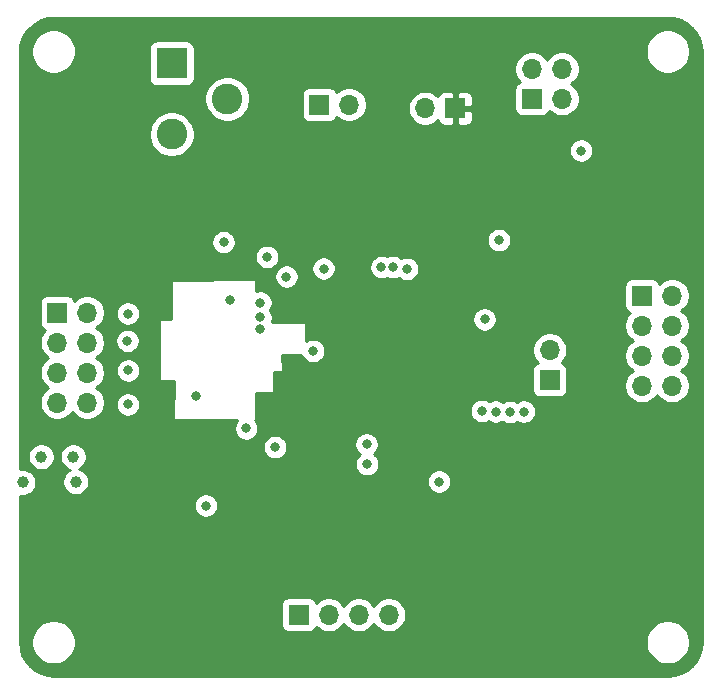
<source format=gbr>
%TF.GenerationSoftware,KiCad,Pcbnew,(5.1.8)-1*%
%TF.CreationDate,2020-11-24T12:22:42+05:30*%
%TF.ProjectId,stm32f405_breakout,73746d33-3266-4343-9035-5f627265616b,rev?*%
%TF.SameCoordinates,Original*%
%TF.FileFunction,Copper,L3,Inr*%
%TF.FilePolarity,Positive*%
%FSLAX46Y46*%
G04 Gerber Fmt 4.6, Leading zero omitted, Abs format (unit mm)*
G04 Created by KiCad (PCBNEW (5.1.8)-1) date 2020-11-24 12:22:42*
%MOMM*%
%LPD*%
G01*
G04 APERTURE LIST*
%TA.AperFunction,ComponentPad*%
%ADD10R,1.700000X1.700000*%
%TD*%
%TA.AperFunction,ComponentPad*%
%ADD11O,1.700000X1.700000*%
%TD*%
%TA.AperFunction,ComponentPad*%
%ADD12R,2.600000X2.600000*%
%TD*%
%TA.AperFunction,ComponentPad*%
%ADD13C,2.600000*%
%TD*%
%TA.AperFunction,ViaPad*%
%ADD14C,1.000000*%
%TD*%
%TA.AperFunction,ViaPad*%
%ADD15C,0.800000*%
%TD*%
%TA.AperFunction,Conductor*%
%ADD16C,0.254000*%
%TD*%
%TA.AperFunction,Conductor*%
%ADD17C,0.100000*%
%TD*%
G04 APERTURE END LIST*
D10*
%TO.N,PC10*%
%TO.C,PORTC_2*%
X145470880Y-91765120D03*
D11*
%TO.N,PC9*%
X148010880Y-91765120D03*
%TO.N,PC11*%
X145470880Y-94305120D03*
%TO.N,PC12*%
X148010880Y-94305120D03*
%TO.N,PC8*%
X145470880Y-96845120D03*
%TO.N,PC6*%
X148010880Y-96845120D03*
%TO.N,PC7*%
X145470880Y-99385120D03*
%TO.N,PC5*%
X148010880Y-99385120D03*
%TD*%
%TO.N,GND*%
%TO.C,3.3 V*%
X127113700Y-75897600D03*
D10*
%TO.N,+3V3*%
X129653700Y-75897600D03*
%TD*%
D11*
%TO.N,SPI1_MOSI*%
%TO.C,SPI*%
X124028200Y-118783100D03*
%TO.N,SPI1_MISO*%
X121488200Y-118783100D03*
%TO.N,SPI1_SCK*%
X118948200Y-118783100D03*
D10*
%TO.N,SPI1_EN*%
X116408200Y-118783100D03*
%TD*%
%TO.N,USART1_TX*%
%TO.C,UART*%
X137653700Y-98897600D03*
D11*
%TO.N,USART1_RX*%
X137653700Y-96357600D03*
%TD*%
D12*
%TO.N,VCC*%
%TO.C,J7*%
X105653700Y-72097600D03*
D13*
%TO.N,GND*%
X105653700Y-78097600D03*
%TO.N,N/C*%
X110353700Y-75097600D03*
%TD*%
D10*
%TO.N,I2C1_SCL*%
%TO.C,I2C*%
X118140480Y-75580240D03*
D11*
%TO.N,I2C1_SDA*%
X120680480Y-75580240D03*
%TD*%
D10*
%TO.N,VCC*%
%TO.C,VIN*%
X136153700Y-75097600D03*
D11*
X136153700Y-72557600D03*
%TO.N,GND*%
X138693700Y-75097600D03*
X138693700Y-72557600D03*
%TD*%
%TO.N,PC3*%
%TO.C,PORTC_1*%
X98493700Y-100817600D03*
%TO.N,PC4*%
X95953700Y-100817600D03*
%TO.N,PC2*%
X98493700Y-98277600D03*
%TO.N,PC15*%
X95953700Y-98277600D03*
%TO.N,PC1*%
X98493700Y-95737600D03*
%TO.N,PC14*%
X95953700Y-95737600D03*
%TO.N,PC0*%
X98493700Y-93197600D03*
D10*
%TO.N,PC13*%
X95953700Y-93197600D03*
%TD*%
D14*
%TO.N,+3V3*%
X99568000Y-107480100D03*
X99568000Y-109397800D03*
X99568000Y-111607600D03*
D15*
X127787400Y-92303600D03*
X125234700Y-79743300D03*
X128739900Y-79590900D03*
X129032000Y-103187500D03*
X127533400Y-102044500D03*
X116738400Y-107416600D03*
X138404600Y-87020400D03*
X114757200Y-92303600D03*
X116598700Y-92316300D03*
D14*
%TO.N,GND*%
X93065600Y-107581700D03*
X97307400Y-105410000D03*
X97536000Y-107530900D03*
X94615000Y-105397300D03*
D15*
X108546900Y-109537500D03*
X115366800Y-90157300D03*
X133350000Y-87058500D03*
X132143500Y-93764100D03*
X118516400Y-89471500D03*
X110048040Y-87228680D03*
X107746800Y-100261420D03*
X110548420Y-92113100D03*
X111963200Y-102997000D03*
X114414300Y-104597200D03*
%TO.N,NRESET*%
X113728500Y-88480900D03*
X128282700Y-107505500D03*
X117627400Y-96443800D03*
X140322300Y-79476600D03*
%TO.N,PC0*%
X101930200Y-93281500D03*
%TO.N,PC2*%
X101968300Y-98094800D03*
%TO.N,PC1*%
X101904800Y-95592900D03*
%TO.N,PC3*%
X101930200Y-100965000D03*
%TO.N,PC4*%
X122199400Y-106019600D03*
%TO.N,PC5*%
X122153700Y-104347600D03*
%TO.N,PC6*%
X131902200Y-101523800D03*
%TO.N,PC7*%
X133070600Y-101574600D03*
%TO.N,PC8*%
X134302500Y-101612700D03*
%TO.N,PC9*%
X135458200Y-101587300D03*
%TO.N,PC10*%
X125552200Y-89496900D03*
%TO.N,PC11*%
X124403700Y-89347600D03*
%TO.N,PC12*%
X123403700Y-89347600D03*
%TO.N,PC13*%
X113153700Y-92347600D03*
%TO.N,PC14*%
X113153700Y-93597600D03*
%TO.N,PC15*%
X113153700Y-94597600D03*
%TD*%
D16*
%TO.N,+3V3*%
X148209122Y-68292502D02*
X148743394Y-68453808D01*
X149236156Y-68715815D01*
X149668641Y-69068541D01*
X150024379Y-69498553D01*
X150289821Y-69989479D01*
X150454852Y-70522607D01*
X150518700Y-71130079D01*
X150518701Y-121042081D01*
X150458798Y-121653021D01*
X150297491Y-122187295D01*
X150035489Y-122680050D01*
X149682759Y-123112541D01*
X149252744Y-123468280D01*
X148761822Y-123733721D01*
X148228693Y-123898752D01*
X147621222Y-123962600D01*
X95709209Y-123962600D01*
X95098279Y-123902698D01*
X94564005Y-123741391D01*
X94071250Y-123479389D01*
X93638759Y-123126659D01*
X93283020Y-122696644D01*
X93017579Y-122205722D01*
X92852548Y-121672593D01*
X92788700Y-121065122D01*
X92788700Y-120911944D01*
X93768700Y-120911944D01*
X93768700Y-121283256D01*
X93841139Y-121647434D01*
X93983234Y-121990482D01*
X94189525Y-122299218D01*
X94452082Y-122561775D01*
X94760818Y-122768066D01*
X95103866Y-122910161D01*
X95468044Y-122982600D01*
X95839356Y-122982600D01*
X96203534Y-122910161D01*
X96546582Y-122768066D01*
X96855318Y-122561775D01*
X97117875Y-122299218D01*
X97324166Y-121990482D01*
X97466261Y-121647434D01*
X97538700Y-121283256D01*
X97538700Y-120911944D01*
X145768700Y-120911944D01*
X145768700Y-121283256D01*
X145841139Y-121647434D01*
X145983234Y-121990482D01*
X146189525Y-122299218D01*
X146452082Y-122561775D01*
X146760818Y-122768066D01*
X147103866Y-122910161D01*
X147468044Y-122982600D01*
X147839356Y-122982600D01*
X148203534Y-122910161D01*
X148546582Y-122768066D01*
X148855318Y-122561775D01*
X149117875Y-122299218D01*
X149324166Y-121990482D01*
X149466261Y-121647434D01*
X149538700Y-121283256D01*
X149538700Y-120911944D01*
X149466261Y-120547766D01*
X149324166Y-120204718D01*
X149117875Y-119895982D01*
X148855318Y-119633425D01*
X148546582Y-119427134D01*
X148203534Y-119285039D01*
X147839356Y-119212600D01*
X147468044Y-119212600D01*
X147103866Y-119285039D01*
X146760818Y-119427134D01*
X146452082Y-119633425D01*
X146189525Y-119895982D01*
X145983234Y-120204718D01*
X145841139Y-120547766D01*
X145768700Y-120911944D01*
X97538700Y-120911944D01*
X97466261Y-120547766D01*
X97324166Y-120204718D01*
X97117875Y-119895982D01*
X96855318Y-119633425D01*
X96546582Y-119427134D01*
X96203534Y-119285039D01*
X95839356Y-119212600D01*
X95468044Y-119212600D01*
X95103866Y-119285039D01*
X94760818Y-119427134D01*
X94452082Y-119633425D01*
X94189525Y-119895982D01*
X93983234Y-120204718D01*
X93841139Y-120547766D01*
X93768700Y-120911944D01*
X92788700Y-120911944D01*
X92788700Y-117933100D01*
X114920128Y-117933100D01*
X114920128Y-119633100D01*
X114932388Y-119757582D01*
X114968698Y-119877280D01*
X115027663Y-119987594D01*
X115107015Y-120084285D01*
X115203706Y-120163637D01*
X115314020Y-120222602D01*
X115433718Y-120258912D01*
X115558200Y-120271172D01*
X117258200Y-120271172D01*
X117382682Y-120258912D01*
X117502380Y-120222602D01*
X117612694Y-120163637D01*
X117709385Y-120084285D01*
X117788737Y-119987594D01*
X117847702Y-119877280D01*
X117869713Y-119804720D01*
X118001568Y-119936575D01*
X118244789Y-120099090D01*
X118515042Y-120211032D01*
X118801940Y-120268100D01*
X119094460Y-120268100D01*
X119381358Y-120211032D01*
X119651611Y-120099090D01*
X119894832Y-119936575D01*
X120101675Y-119729732D01*
X120218200Y-119555340D01*
X120334725Y-119729732D01*
X120541568Y-119936575D01*
X120784789Y-120099090D01*
X121055042Y-120211032D01*
X121341940Y-120268100D01*
X121634460Y-120268100D01*
X121921358Y-120211032D01*
X122191611Y-120099090D01*
X122434832Y-119936575D01*
X122641675Y-119729732D01*
X122758200Y-119555340D01*
X122874725Y-119729732D01*
X123081568Y-119936575D01*
X123324789Y-120099090D01*
X123595042Y-120211032D01*
X123881940Y-120268100D01*
X124174460Y-120268100D01*
X124461358Y-120211032D01*
X124731611Y-120099090D01*
X124974832Y-119936575D01*
X125181675Y-119729732D01*
X125344190Y-119486511D01*
X125456132Y-119216258D01*
X125513200Y-118929360D01*
X125513200Y-118636840D01*
X125456132Y-118349942D01*
X125344190Y-118079689D01*
X125181675Y-117836468D01*
X124974832Y-117629625D01*
X124731611Y-117467110D01*
X124461358Y-117355168D01*
X124174460Y-117298100D01*
X123881940Y-117298100D01*
X123595042Y-117355168D01*
X123324789Y-117467110D01*
X123081568Y-117629625D01*
X122874725Y-117836468D01*
X122758200Y-118010860D01*
X122641675Y-117836468D01*
X122434832Y-117629625D01*
X122191611Y-117467110D01*
X121921358Y-117355168D01*
X121634460Y-117298100D01*
X121341940Y-117298100D01*
X121055042Y-117355168D01*
X120784789Y-117467110D01*
X120541568Y-117629625D01*
X120334725Y-117836468D01*
X120218200Y-118010860D01*
X120101675Y-117836468D01*
X119894832Y-117629625D01*
X119651611Y-117467110D01*
X119381358Y-117355168D01*
X119094460Y-117298100D01*
X118801940Y-117298100D01*
X118515042Y-117355168D01*
X118244789Y-117467110D01*
X118001568Y-117629625D01*
X117869713Y-117761480D01*
X117847702Y-117688920D01*
X117788737Y-117578606D01*
X117709385Y-117481915D01*
X117612694Y-117402563D01*
X117502380Y-117343598D01*
X117382682Y-117307288D01*
X117258200Y-117295028D01*
X115558200Y-117295028D01*
X115433718Y-117307288D01*
X115314020Y-117343598D01*
X115203706Y-117402563D01*
X115107015Y-117481915D01*
X115027663Y-117578606D01*
X114968698Y-117688920D01*
X114932388Y-117808618D01*
X114920128Y-117933100D01*
X92788700Y-117933100D01*
X92788700Y-109435561D01*
X107511900Y-109435561D01*
X107511900Y-109639439D01*
X107551674Y-109839398D01*
X107629695Y-110027756D01*
X107742963Y-110197274D01*
X107887126Y-110341437D01*
X108056644Y-110454705D01*
X108245002Y-110532726D01*
X108444961Y-110572500D01*
X108648839Y-110572500D01*
X108848798Y-110532726D01*
X109037156Y-110454705D01*
X109206674Y-110341437D01*
X109350837Y-110197274D01*
X109464105Y-110027756D01*
X109542126Y-109839398D01*
X109581900Y-109639439D01*
X109581900Y-109435561D01*
X109542126Y-109235602D01*
X109464105Y-109047244D01*
X109350837Y-108877726D01*
X109206674Y-108733563D01*
X109037156Y-108620295D01*
X108848798Y-108542274D01*
X108648839Y-108502500D01*
X108444961Y-108502500D01*
X108245002Y-108542274D01*
X108056644Y-108620295D01*
X107887126Y-108733563D01*
X107742963Y-108877726D01*
X107629695Y-109047244D01*
X107551674Y-109235602D01*
X107511900Y-109435561D01*
X92788700Y-109435561D01*
X92788700Y-108683857D01*
X92953812Y-108716700D01*
X93177388Y-108716700D01*
X93396667Y-108673083D01*
X93603224Y-108587524D01*
X93789120Y-108463312D01*
X93947212Y-108305220D01*
X94071424Y-108119324D01*
X94156983Y-107912767D01*
X94200600Y-107693488D01*
X94200600Y-107469912D01*
X94156983Y-107250633D01*
X94071424Y-107044076D01*
X93947212Y-106858180D01*
X93789120Y-106700088D01*
X93603224Y-106575876D01*
X93396667Y-106490317D01*
X93177388Y-106446700D01*
X92953812Y-106446700D01*
X92788700Y-106479543D01*
X92788700Y-105285512D01*
X93480000Y-105285512D01*
X93480000Y-105509088D01*
X93523617Y-105728367D01*
X93609176Y-105934924D01*
X93733388Y-106120820D01*
X93891480Y-106278912D01*
X94077376Y-106403124D01*
X94283933Y-106488683D01*
X94503212Y-106532300D01*
X94726788Y-106532300D01*
X94946067Y-106488683D01*
X95152624Y-106403124D01*
X95338520Y-106278912D01*
X95496612Y-106120820D01*
X95620824Y-105934924D01*
X95706383Y-105728367D01*
X95750000Y-105509088D01*
X95750000Y-105298212D01*
X96172400Y-105298212D01*
X96172400Y-105521788D01*
X96216017Y-105741067D01*
X96301576Y-105947624D01*
X96425788Y-106133520D01*
X96583880Y-106291612D01*
X96769776Y-106415824D01*
X96976333Y-106501383D01*
X97029868Y-106512032D01*
X96998376Y-106525076D01*
X96812480Y-106649288D01*
X96654388Y-106807380D01*
X96530176Y-106993276D01*
X96444617Y-107199833D01*
X96401000Y-107419112D01*
X96401000Y-107642688D01*
X96444617Y-107861967D01*
X96530176Y-108068524D01*
X96654388Y-108254420D01*
X96812480Y-108412512D01*
X96998376Y-108536724D01*
X97204933Y-108622283D01*
X97424212Y-108665900D01*
X97647788Y-108665900D01*
X97867067Y-108622283D01*
X98073624Y-108536724D01*
X98259520Y-108412512D01*
X98417612Y-108254420D01*
X98541824Y-108068524D01*
X98627383Y-107861967D01*
X98671000Y-107642688D01*
X98671000Y-107419112D01*
X98667907Y-107403561D01*
X127247700Y-107403561D01*
X127247700Y-107607439D01*
X127287474Y-107807398D01*
X127365495Y-107995756D01*
X127478763Y-108165274D01*
X127622926Y-108309437D01*
X127792444Y-108422705D01*
X127980802Y-108500726D01*
X128180761Y-108540500D01*
X128384639Y-108540500D01*
X128584598Y-108500726D01*
X128772956Y-108422705D01*
X128942474Y-108309437D01*
X129086637Y-108165274D01*
X129199905Y-107995756D01*
X129277926Y-107807398D01*
X129317700Y-107607439D01*
X129317700Y-107403561D01*
X129277926Y-107203602D01*
X129199905Y-107015244D01*
X129086637Y-106845726D01*
X128942474Y-106701563D01*
X128772956Y-106588295D01*
X128584598Y-106510274D01*
X128384639Y-106470500D01*
X128180761Y-106470500D01*
X127980802Y-106510274D01*
X127792444Y-106588295D01*
X127622926Y-106701563D01*
X127478763Y-106845726D01*
X127365495Y-107015244D01*
X127287474Y-107203602D01*
X127247700Y-107403561D01*
X98667907Y-107403561D01*
X98627383Y-107199833D01*
X98541824Y-106993276D01*
X98417612Y-106807380D01*
X98259520Y-106649288D01*
X98073624Y-106525076D01*
X97867067Y-106439517D01*
X97813532Y-106428868D01*
X97845024Y-106415824D01*
X98030920Y-106291612D01*
X98189012Y-106133520D01*
X98313224Y-105947624D01*
X98398783Y-105741067D01*
X98442400Y-105521788D01*
X98442400Y-105298212D01*
X98398783Y-105078933D01*
X98313224Y-104872376D01*
X98189012Y-104686480D01*
X98030920Y-104528388D01*
X97981343Y-104495261D01*
X113379300Y-104495261D01*
X113379300Y-104699139D01*
X113419074Y-104899098D01*
X113497095Y-105087456D01*
X113610363Y-105256974D01*
X113754526Y-105401137D01*
X113924044Y-105514405D01*
X114112402Y-105592426D01*
X114312361Y-105632200D01*
X114516239Y-105632200D01*
X114716198Y-105592426D01*
X114904556Y-105514405D01*
X115074074Y-105401137D01*
X115218237Y-105256974D01*
X115331505Y-105087456D01*
X115409526Y-104899098D01*
X115449300Y-104699139D01*
X115449300Y-104495261D01*
X115409526Y-104295302D01*
X115388964Y-104245661D01*
X121118700Y-104245661D01*
X121118700Y-104449539D01*
X121158474Y-104649498D01*
X121236495Y-104837856D01*
X121349763Y-105007374D01*
X121493926Y-105151537D01*
X121564762Y-105198868D01*
X121539626Y-105215663D01*
X121395463Y-105359826D01*
X121282195Y-105529344D01*
X121204174Y-105717702D01*
X121164400Y-105917661D01*
X121164400Y-106121539D01*
X121204174Y-106321498D01*
X121282195Y-106509856D01*
X121395463Y-106679374D01*
X121539626Y-106823537D01*
X121709144Y-106936805D01*
X121897502Y-107014826D01*
X122097461Y-107054600D01*
X122301339Y-107054600D01*
X122501298Y-107014826D01*
X122689656Y-106936805D01*
X122859174Y-106823537D01*
X123003337Y-106679374D01*
X123116605Y-106509856D01*
X123194626Y-106321498D01*
X123234400Y-106121539D01*
X123234400Y-105917661D01*
X123194626Y-105717702D01*
X123116605Y-105529344D01*
X123003337Y-105359826D01*
X122859174Y-105215663D01*
X122788338Y-105168332D01*
X122813474Y-105151537D01*
X122957637Y-105007374D01*
X123070905Y-104837856D01*
X123148926Y-104649498D01*
X123188700Y-104449539D01*
X123188700Y-104245661D01*
X123148926Y-104045702D01*
X123070905Y-103857344D01*
X122957637Y-103687826D01*
X122813474Y-103543663D01*
X122643956Y-103430395D01*
X122455598Y-103352374D01*
X122255639Y-103312600D01*
X122051761Y-103312600D01*
X121851802Y-103352374D01*
X121663444Y-103430395D01*
X121493926Y-103543663D01*
X121349763Y-103687826D01*
X121236495Y-103857344D01*
X121158474Y-104045702D01*
X121118700Y-104245661D01*
X115388964Y-104245661D01*
X115331505Y-104106944D01*
X115218237Y-103937426D01*
X115074074Y-103793263D01*
X114904556Y-103679995D01*
X114716198Y-103601974D01*
X114516239Y-103562200D01*
X114312361Y-103562200D01*
X114112402Y-103601974D01*
X113924044Y-103679995D01*
X113754526Y-103793263D01*
X113610363Y-103937426D01*
X113497095Y-104106944D01*
X113419074Y-104295302D01*
X113379300Y-104495261D01*
X97981343Y-104495261D01*
X97845024Y-104404176D01*
X97638467Y-104318617D01*
X97419188Y-104275000D01*
X97195612Y-104275000D01*
X96976333Y-104318617D01*
X96769776Y-104404176D01*
X96583880Y-104528388D01*
X96425788Y-104686480D01*
X96301576Y-104872376D01*
X96216017Y-105078933D01*
X96172400Y-105298212D01*
X95750000Y-105298212D01*
X95750000Y-105285512D01*
X95706383Y-105066233D01*
X95620824Y-104859676D01*
X95496612Y-104673780D01*
X95338520Y-104515688D01*
X95152624Y-104391476D01*
X94946067Y-104305917D01*
X94726788Y-104262300D01*
X94503212Y-104262300D01*
X94283933Y-104305917D01*
X94077376Y-104391476D01*
X93891480Y-104515688D01*
X93733388Y-104673780D01*
X93609176Y-104859676D01*
X93523617Y-105066233D01*
X93480000Y-105285512D01*
X92788700Y-105285512D01*
X92788700Y-92347600D01*
X94465628Y-92347600D01*
X94465628Y-94047600D01*
X94477888Y-94172082D01*
X94514198Y-94291780D01*
X94573163Y-94402094D01*
X94652515Y-94498785D01*
X94749206Y-94578137D01*
X94859520Y-94637102D01*
X94932080Y-94659113D01*
X94800225Y-94790968D01*
X94637710Y-95034189D01*
X94525768Y-95304442D01*
X94468700Y-95591340D01*
X94468700Y-95883860D01*
X94525768Y-96170758D01*
X94637710Y-96441011D01*
X94800225Y-96684232D01*
X95007068Y-96891075D01*
X95181460Y-97007600D01*
X95007068Y-97124125D01*
X94800225Y-97330968D01*
X94637710Y-97574189D01*
X94525768Y-97844442D01*
X94468700Y-98131340D01*
X94468700Y-98423860D01*
X94525768Y-98710758D01*
X94637710Y-98981011D01*
X94800225Y-99224232D01*
X95007068Y-99431075D01*
X95181460Y-99547600D01*
X95007068Y-99664125D01*
X94800225Y-99870968D01*
X94637710Y-100114189D01*
X94525768Y-100384442D01*
X94468700Y-100671340D01*
X94468700Y-100963860D01*
X94525768Y-101250758D01*
X94637710Y-101521011D01*
X94800225Y-101764232D01*
X95007068Y-101971075D01*
X95250289Y-102133590D01*
X95520542Y-102245532D01*
X95807440Y-102302600D01*
X96099960Y-102302600D01*
X96386858Y-102245532D01*
X96657111Y-102133590D01*
X96900332Y-101971075D01*
X97107175Y-101764232D01*
X97223700Y-101589840D01*
X97340225Y-101764232D01*
X97547068Y-101971075D01*
X97790289Y-102133590D01*
X98060542Y-102245532D01*
X98347440Y-102302600D01*
X98639960Y-102302600D01*
X98926858Y-102245532D01*
X99197111Y-102133590D01*
X99440332Y-101971075D01*
X99647175Y-101764232D01*
X99809690Y-101521011D01*
X99921632Y-101250758D01*
X99978700Y-100963860D01*
X99978700Y-100863061D01*
X100895200Y-100863061D01*
X100895200Y-101066939D01*
X100934974Y-101266898D01*
X101012995Y-101455256D01*
X101126263Y-101624774D01*
X101270426Y-101768937D01*
X101439944Y-101882205D01*
X101628302Y-101960226D01*
X101828261Y-102000000D01*
X102032139Y-102000000D01*
X102232098Y-101960226D01*
X102420456Y-101882205D01*
X102589974Y-101768937D01*
X102734137Y-101624774D01*
X102847405Y-101455256D01*
X102925426Y-101266898D01*
X102965200Y-101066939D01*
X102965200Y-100863061D01*
X102925426Y-100663102D01*
X102847405Y-100474744D01*
X102734137Y-100305226D01*
X102589974Y-100161063D01*
X102420456Y-100047795D01*
X102232098Y-99969774D01*
X102032139Y-99930000D01*
X101828261Y-99930000D01*
X101628302Y-99969774D01*
X101439944Y-100047795D01*
X101270426Y-100161063D01*
X101126263Y-100305226D01*
X101012995Y-100474744D01*
X100934974Y-100663102D01*
X100895200Y-100863061D01*
X99978700Y-100863061D01*
X99978700Y-100671340D01*
X99921632Y-100384442D01*
X99809690Y-100114189D01*
X99647175Y-99870968D01*
X99440332Y-99664125D01*
X99265940Y-99547600D01*
X99440332Y-99431075D01*
X99647175Y-99224232D01*
X99809690Y-98981011D01*
X99921632Y-98710758D01*
X99978700Y-98423860D01*
X99978700Y-98131340D01*
X99951155Y-97992861D01*
X100933300Y-97992861D01*
X100933300Y-98196739D01*
X100973074Y-98396698D01*
X101051095Y-98585056D01*
X101164363Y-98754574D01*
X101308526Y-98898737D01*
X101478044Y-99012005D01*
X101666402Y-99090026D01*
X101866361Y-99129800D01*
X102070239Y-99129800D01*
X102270198Y-99090026D01*
X102458556Y-99012005D01*
X102628074Y-98898737D01*
X102772237Y-98754574D01*
X102885505Y-98585056D01*
X102963526Y-98396698D01*
X103003300Y-98196739D01*
X103003300Y-97992861D01*
X102963526Y-97792902D01*
X102885505Y-97604544D01*
X102772237Y-97435026D01*
X102628074Y-97290863D01*
X102458556Y-97177595D01*
X102270198Y-97099574D01*
X102070239Y-97059800D01*
X101866361Y-97059800D01*
X101666402Y-97099574D01*
X101478044Y-97177595D01*
X101308526Y-97290863D01*
X101164363Y-97435026D01*
X101051095Y-97604544D01*
X100973074Y-97792902D01*
X100933300Y-97992861D01*
X99951155Y-97992861D01*
X99921632Y-97844442D01*
X99809690Y-97574189D01*
X99647175Y-97330968D01*
X99440332Y-97124125D01*
X99265940Y-97007600D01*
X99440332Y-96891075D01*
X99647175Y-96684232D01*
X99809690Y-96441011D01*
X99921632Y-96170758D01*
X99978700Y-95883860D01*
X99978700Y-95591340D01*
X99958734Y-95490961D01*
X100869800Y-95490961D01*
X100869800Y-95694839D01*
X100909574Y-95894798D01*
X100987595Y-96083156D01*
X101100863Y-96252674D01*
X101245026Y-96396837D01*
X101414544Y-96510105D01*
X101602902Y-96588126D01*
X101802861Y-96627900D01*
X102006739Y-96627900D01*
X102206698Y-96588126D01*
X102395056Y-96510105D01*
X102564574Y-96396837D01*
X102708737Y-96252674D01*
X102822005Y-96083156D01*
X102900026Y-95894798D01*
X102939800Y-95694839D01*
X102939800Y-95490961D01*
X102900026Y-95291002D01*
X102822005Y-95102644D01*
X102708737Y-94933126D01*
X102564574Y-94788963D01*
X102395056Y-94675695D01*
X102206698Y-94597674D01*
X102006739Y-94557900D01*
X101802861Y-94557900D01*
X101602902Y-94597674D01*
X101414544Y-94675695D01*
X101245026Y-94788963D01*
X101100863Y-94933126D01*
X100987595Y-95102644D01*
X100909574Y-95291002D01*
X100869800Y-95490961D01*
X99958734Y-95490961D01*
X99921632Y-95304442D01*
X99809690Y-95034189D01*
X99647175Y-94790968D01*
X99440332Y-94584125D01*
X99265940Y-94467600D01*
X99440332Y-94351075D01*
X99647175Y-94144232D01*
X99809690Y-93901011D01*
X99921632Y-93630758D01*
X99978700Y-93343860D01*
X99978700Y-93179561D01*
X100895200Y-93179561D01*
X100895200Y-93383439D01*
X100934974Y-93583398D01*
X101012995Y-93771756D01*
X101126263Y-93941274D01*
X101270426Y-94085437D01*
X101439944Y-94198705D01*
X101628302Y-94276726D01*
X101828261Y-94316500D01*
X102032139Y-94316500D01*
X102232098Y-94276726D01*
X102420456Y-94198705D01*
X102589974Y-94085437D01*
X102734137Y-93941274D01*
X102784467Y-93865949D01*
X104558507Y-93865949D01*
X104558507Y-98865949D01*
X104560947Y-98890725D01*
X104568174Y-98914550D01*
X104579910Y-98936506D01*
X104595704Y-98955752D01*
X104614950Y-98971546D01*
X104636906Y-98983282D01*
X104660731Y-98990509D01*
X104685507Y-98992949D01*
X105806296Y-98992949D01*
X105751286Y-102180037D01*
X105753298Y-102204852D01*
X105760113Y-102228798D01*
X105771468Y-102250954D01*
X105786928Y-102270468D01*
X105805898Y-102286592D01*
X105827649Y-102298705D01*
X105851345Y-102306343D01*
X105878267Y-102309229D01*
X111187260Y-102309229D01*
X111159263Y-102337226D01*
X111045995Y-102506744D01*
X110967974Y-102695102D01*
X110928200Y-102895061D01*
X110928200Y-103098939D01*
X110967974Y-103298898D01*
X111045995Y-103487256D01*
X111159263Y-103656774D01*
X111303426Y-103800937D01*
X111472944Y-103914205D01*
X111661302Y-103992226D01*
X111861261Y-104032000D01*
X112065139Y-104032000D01*
X112265098Y-103992226D01*
X112453456Y-103914205D01*
X112622974Y-103800937D01*
X112767137Y-103656774D01*
X112880405Y-103487256D01*
X112958426Y-103298898D01*
X112998200Y-103098939D01*
X112998200Y-102895061D01*
X112958426Y-102695102D01*
X112880405Y-102506744D01*
X112767137Y-102337226D01*
X112709212Y-102279301D01*
X112718070Y-102272032D01*
X112733864Y-102252786D01*
X112745600Y-102230830D01*
X112752827Y-102207005D01*
X112755228Y-102185366D01*
X112774095Y-101421861D01*
X130867200Y-101421861D01*
X130867200Y-101625739D01*
X130906974Y-101825698D01*
X130984995Y-102014056D01*
X131098263Y-102183574D01*
X131242426Y-102327737D01*
X131411944Y-102441005D01*
X131600302Y-102519026D01*
X131800261Y-102558800D01*
X132004139Y-102558800D01*
X132204098Y-102519026D01*
X132392456Y-102441005D01*
X132448386Y-102403634D01*
X132580344Y-102491805D01*
X132768702Y-102569826D01*
X132968661Y-102609600D01*
X133172539Y-102609600D01*
X133372498Y-102569826D01*
X133560856Y-102491805D01*
X133658040Y-102426869D01*
X133812244Y-102529905D01*
X134000602Y-102607926D01*
X134200561Y-102647700D01*
X134404439Y-102647700D01*
X134604398Y-102607926D01*
X134792756Y-102529905D01*
X134899357Y-102458677D01*
X134967944Y-102504505D01*
X135156302Y-102582526D01*
X135356261Y-102622300D01*
X135560139Y-102622300D01*
X135760098Y-102582526D01*
X135948456Y-102504505D01*
X136117974Y-102391237D01*
X136262137Y-102247074D01*
X136375405Y-102077556D01*
X136453426Y-101889198D01*
X136493200Y-101689239D01*
X136493200Y-101485361D01*
X136453426Y-101285402D01*
X136375405Y-101097044D01*
X136262137Y-100927526D01*
X136117974Y-100783363D01*
X135948456Y-100670095D01*
X135760098Y-100592074D01*
X135560139Y-100552300D01*
X135356261Y-100552300D01*
X135156302Y-100592074D01*
X134967944Y-100670095D01*
X134861343Y-100741323D01*
X134792756Y-100695495D01*
X134604398Y-100617474D01*
X134404439Y-100577700D01*
X134200561Y-100577700D01*
X134000602Y-100617474D01*
X133812244Y-100695495D01*
X133715060Y-100760431D01*
X133560856Y-100657395D01*
X133372498Y-100579374D01*
X133172539Y-100539600D01*
X132968661Y-100539600D01*
X132768702Y-100579374D01*
X132580344Y-100657395D01*
X132524414Y-100694766D01*
X132392456Y-100606595D01*
X132204098Y-100528574D01*
X132004139Y-100488800D01*
X131800261Y-100488800D01*
X131600302Y-100528574D01*
X131411944Y-100606595D01*
X131242426Y-100719863D01*
X131098263Y-100864026D01*
X130984995Y-101033544D01*
X130906974Y-101221902D01*
X130867200Y-101421861D01*
X112774095Y-101421861D01*
X112809407Y-99992949D01*
X114185507Y-99992949D01*
X114210283Y-99990509D01*
X114234108Y-99983282D01*
X114256064Y-99971546D01*
X114275310Y-99955752D01*
X114291104Y-99936506D01*
X114302840Y-99914550D01*
X114310067Y-99890725D01*
X114312507Y-99865949D01*
X114312507Y-98242949D01*
X114935507Y-98242949D01*
X114960283Y-98240509D01*
X114984108Y-98233282D01*
X115006064Y-98221546D01*
X115025310Y-98205752D01*
X115041104Y-98186506D01*
X115052840Y-98164550D01*
X115060067Y-98140725D01*
X115062056Y-98105253D01*
X115057183Y-98047600D01*
X136165628Y-98047600D01*
X136165628Y-99747600D01*
X136177888Y-99872082D01*
X136214198Y-99991780D01*
X136273163Y-100102094D01*
X136352515Y-100198785D01*
X136449206Y-100278137D01*
X136559520Y-100337102D01*
X136679218Y-100373412D01*
X136803700Y-100385672D01*
X138503700Y-100385672D01*
X138628182Y-100373412D01*
X138747880Y-100337102D01*
X138858194Y-100278137D01*
X138954885Y-100198785D01*
X139034237Y-100102094D01*
X139093202Y-99991780D01*
X139129512Y-99872082D01*
X139141772Y-99747600D01*
X139141772Y-98047600D01*
X139129512Y-97923118D01*
X139093202Y-97803420D01*
X139034237Y-97693106D01*
X138954885Y-97596415D01*
X138858194Y-97517063D01*
X138747880Y-97458098D01*
X138675320Y-97436087D01*
X138807175Y-97304232D01*
X138969690Y-97061011D01*
X139081632Y-96790758D01*
X139138700Y-96503860D01*
X139138700Y-96211340D01*
X139081632Y-95924442D01*
X138969690Y-95654189D01*
X138807175Y-95410968D01*
X138600332Y-95204125D01*
X138357111Y-95041610D01*
X138086858Y-94929668D01*
X137799960Y-94872600D01*
X137507440Y-94872600D01*
X137220542Y-94929668D01*
X136950289Y-95041610D01*
X136707068Y-95204125D01*
X136500225Y-95410968D01*
X136337710Y-95654189D01*
X136225768Y-95924442D01*
X136168700Y-96211340D01*
X136168700Y-96503860D01*
X136225768Y-96790758D01*
X136337710Y-97061011D01*
X136500225Y-97304232D01*
X136632080Y-97436087D01*
X136559520Y-97458098D01*
X136449206Y-97517063D01*
X136352515Y-97596415D01*
X136273163Y-97693106D01*
X136214198Y-97803420D01*
X136177888Y-97923118D01*
X136165628Y-98047600D01*
X115057183Y-98047600D01*
X114951219Y-96793931D01*
X116634256Y-96750724D01*
X116710195Y-96934056D01*
X116823463Y-97103574D01*
X116967626Y-97247737D01*
X117137144Y-97361005D01*
X117325502Y-97439026D01*
X117525461Y-97478800D01*
X117729339Y-97478800D01*
X117929298Y-97439026D01*
X118117656Y-97361005D01*
X118287174Y-97247737D01*
X118431337Y-97103574D01*
X118544605Y-96934056D01*
X118622626Y-96745698D01*
X118662400Y-96545739D01*
X118662400Y-96341861D01*
X118622626Y-96141902D01*
X118544605Y-95953544D01*
X118431337Y-95784026D01*
X118287174Y-95639863D01*
X118117656Y-95526595D01*
X117929298Y-95448574D01*
X117729339Y-95408800D01*
X117525461Y-95408800D01*
X117325502Y-95448574D01*
X117137144Y-95526595D01*
X117062507Y-95576466D01*
X117062507Y-94115949D01*
X117060067Y-94091173D01*
X117052840Y-94067348D01*
X117041104Y-94045392D01*
X117025310Y-94026146D01*
X117006064Y-94010352D01*
X116984108Y-93998616D01*
X116960283Y-93991389D01*
X116936837Y-93988956D01*
X114124076Y-93959491D01*
X114148926Y-93899498D01*
X114188700Y-93699539D01*
X114188700Y-93662161D01*
X131108500Y-93662161D01*
X131108500Y-93866039D01*
X131148274Y-94065998D01*
X131226295Y-94254356D01*
X131339563Y-94423874D01*
X131483726Y-94568037D01*
X131653244Y-94681305D01*
X131841602Y-94759326D01*
X132041561Y-94799100D01*
X132245439Y-94799100D01*
X132445398Y-94759326D01*
X132633756Y-94681305D01*
X132803274Y-94568037D01*
X132947437Y-94423874D01*
X133060705Y-94254356D01*
X133138726Y-94065998D01*
X133178500Y-93866039D01*
X133178500Y-93662161D01*
X133138726Y-93462202D01*
X133060705Y-93273844D01*
X132947437Y-93104326D01*
X132803274Y-92960163D01*
X132633756Y-92846895D01*
X132445398Y-92768874D01*
X132245439Y-92729100D01*
X132041561Y-92729100D01*
X131841602Y-92768874D01*
X131653244Y-92846895D01*
X131483726Y-92960163D01*
X131339563Y-93104326D01*
X131226295Y-93273844D01*
X131148274Y-93462202D01*
X131108500Y-93662161D01*
X114188700Y-93662161D01*
X114188700Y-93495661D01*
X114148926Y-93295702D01*
X114070905Y-93107344D01*
X113980872Y-92972600D01*
X114070905Y-92837856D01*
X114148926Y-92649498D01*
X114188700Y-92449539D01*
X114188700Y-92245661D01*
X114148926Y-92045702D01*
X114070905Y-91857344D01*
X113957637Y-91687826D01*
X113813474Y-91543663D01*
X113643956Y-91430395D01*
X113455598Y-91352374D01*
X113255639Y-91312600D01*
X113051761Y-91312600D01*
X112851802Y-91352374D01*
X112775085Y-91384151D01*
X112785678Y-90502765D01*
X112783535Y-90477961D01*
X112776595Y-90454052D01*
X112765124Y-90431956D01*
X112749562Y-90412522D01*
X112730508Y-90396498D01*
X112708694Y-90384499D01*
X112684959Y-90376986D01*
X112657858Y-90374242D01*
X105727578Y-90419492D01*
X105702818Y-90422094D01*
X105679041Y-90429476D01*
X105657162Y-90441355D01*
X105638020Y-90457275D01*
X105622352Y-90476623D01*
X105610759Y-90498655D01*
X105603688Y-90522526D01*
X105601418Y-90544848D01*
X105560138Y-93738949D01*
X104685507Y-93738949D01*
X104660731Y-93741389D01*
X104636906Y-93748616D01*
X104614950Y-93760352D01*
X104595704Y-93776146D01*
X104579910Y-93795392D01*
X104568174Y-93817348D01*
X104560947Y-93841173D01*
X104558507Y-93865949D01*
X102784467Y-93865949D01*
X102847405Y-93771756D01*
X102925426Y-93583398D01*
X102965200Y-93383439D01*
X102965200Y-93179561D01*
X102925426Y-92979602D01*
X102847405Y-92791244D01*
X102734137Y-92621726D01*
X102589974Y-92477563D01*
X102420456Y-92364295D01*
X102232098Y-92286274D01*
X102032139Y-92246500D01*
X101828261Y-92246500D01*
X101628302Y-92286274D01*
X101439944Y-92364295D01*
X101270426Y-92477563D01*
X101126263Y-92621726D01*
X101012995Y-92791244D01*
X100934974Y-92979602D01*
X100895200Y-93179561D01*
X99978700Y-93179561D01*
X99978700Y-93051340D01*
X99921632Y-92764442D01*
X99809690Y-92494189D01*
X99647175Y-92250968D01*
X99440332Y-92044125D01*
X99197111Y-91881610D01*
X98926858Y-91769668D01*
X98639960Y-91712600D01*
X98347440Y-91712600D01*
X98060542Y-91769668D01*
X97790289Y-91881610D01*
X97547068Y-92044125D01*
X97415213Y-92175980D01*
X97393202Y-92103420D01*
X97334237Y-91993106D01*
X97254885Y-91896415D01*
X97158194Y-91817063D01*
X97047880Y-91758098D01*
X96928182Y-91721788D01*
X96803700Y-91709528D01*
X95103700Y-91709528D01*
X94979218Y-91721788D01*
X94859520Y-91758098D01*
X94749206Y-91817063D01*
X94652515Y-91896415D01*
X94573163Y-91993106D01*
X94514198Y-92103420D01*
X94477888Y-92223118D01*
X94465628Y-92347600D01*
X92788700Y-92347600D01*
X92788700Y-90055361D01*
X114331800Y-90055361D01*
X114331800Y-90259239D01*
X114371574Y-90459198D01*
X114449595Y-90647556D01*
X114562863Y-90817074D01*
X114707026Y-90961237D01*
X114876544Y-91074505D01*
X115064902Y-91152526D01*
X115264861Y-91192300D01*
X115468739Y-91192300D01*
X115668698Y-91152526D01*
X115857056Y-91074505D01*
X116026574Y-90961237D01*
X116072691Y-90915120D01*
X143982808Y-90915120D01*
X143982808Y-92615120D01*
X143995068Y-92739602D01*
X144031378Y-92859300D01*
X144090343Y-92969614D01*
X144169695Y-93066305D01*
X144266386Y-93145657D01*
X144376700Y-93204622D01*
X144449260Y-93226633D01*
X144317405Y-93358488D01*
X144154890Y-93601709D01*
X144042948Y-93871962D01*
X143985880Y-94158860D01*
X143985880Y-94451380D01*
X144042948Y-94738278D01*
X144154890Y-95008531D01*
X144317405Y-95251752D01*
X144524248Y-95458595D01*
X144698640Y-95575120D01*
X144524248Y-95691645D01*
X144317405Y-95898488D01*
X144154890Y-96141709D01*
X144042948Y-96411962D01*
X143985880Y-96698860D01*
X143985880Y-96991380D01*
X144042948Y-97278278D01*
X144154890Y-97548531D01*
X144317405Y-97791752D01*
X144524248Y-97998595D01*
X144698640Y-98115120D01*
X144524248Y-98231645D01*
X144317405Y-98438488D01*
X144154890Y-98681709D01*
X144042948Y-98951962D01*
X143985880Y-99238860D01*
X143985880Y-99531380D01*
X144042948Y-99818278D01*
X144154890Y-100088531D01*
X144317405Y-100331752D01*
X144524248Y-100538595D01*
X144767469Y-100701110D01*
X145037722Y-100813052D01*
X145324620Y-100870120D01*
X145617140Y-100870120D01*
X145904038Y-100813052D01*
X146174291Y-100701110D01*
X146417512Y-100538595D01*
X146624355Y-100331752D01*
X146740880Y-100157360D01*
X146857405Y-100331752D01*
X147064248Y-100538595D01*
X147307469Y-100701110D01*
X147577722Y-100813052D01*
X147864620Y-100870120D01*
X148157140Y-100870120D01*
X148444038Y-100813052D01*
X148714291Y-100701110D01*
X148957512Y-100538595D01*
X149164355Y-100331752D01*
X149326870Y-100088531D01*
X149438812Y-99818278D01*
X149495880Y-99531380D01*
X149495880Y-99238860D01*
X149438812Y-98951962D01*
X149326870Y-98681709D01*
X149164355Y-98438488D01*
X148957512Y-98231645D01*
X148783120Y-98115120D01*
X148957512Y-97998595D01*
X149164355Y-97791752D01*
X149326870Y-97548531D01*
X149438812Y-97278278D01*
X149495880Y-96991380D01*
X149495880Y-96698860D01*
X149438812Y-96411962D01*
X149326870Y-96141709D01*
X149164355Y-95898488D01*
X148957512Y-95691645D01*
X148783120Y-95575120D01*
X148957512Y-95458595D01*
X149164355Y-95251752D01*
X149326870Y-95008531D01*
X149438812Y-94738278D01*
X149495880Y-94451380D01*
X149495880Y-94158860D01*
X149438812Y-93871962D01*
X149326870Y-93601709D01*
X149164355Y-93358488D01*
X148957512Y-93151645D01*
X148783120Y-93035120D01*
X148957512Y-92918595D01*
X149164355Y-92711752D01*
X149326870Y-92468531D01*
X149438812Y-92198278D01*
X149495880Y-91911380D01*
X149495880Y-91618860D01*
X149438812Y-91331962D01*
X149326870Y-91061709D01*
X149164355Y-90818488D01*
X148957512Y-90611645D01*
X148714291Y-90449130D01*
X148444038Y-90337188D01*
X148157140Y-90280120D01*
X147864620Y-90280120D01*
X147577722Y-90337188D01*
X147307469Y-90449130D01*
X147064248Y-90611645D01*
X146932393Y-90743500D01*
X146910382Y-90670940D01*
X146851417Y-90560626D01*
X146772065Y-90463935D01*
X146675374Y-90384583D01*
X146565060Y-90325618D01*
X146445362Y-90289308D01*
X146320880Y-90277048D01*
X144620880Y-90277048D01*
X144496398Y-90289308D01*
X144376700Y-90325618D01*
X144266386Y-90384583D01*
X144169695Y-90463935D01*
X144090343Y-90560626D01*
X144031378Y-90670940D01*
X143995068Y-90790638D01*
X143982808Y-90915120D01*
X116072691Y-90915120D01*
X116170737Y-90817074D01*
X116284005Y-90647556D01*
X116362026Y-90459198D01*
X116401800Y-90259239D01*
X116401800Y-90055361D01*
X116362026Y-89855402D01*
X116284005Y-89667044D01*
X116170737Y-89497526D01*
X116042772Y-89369561D01*
X117481400Y-89369561D01*
X117481400Y-89573439D01*
X117521174Y-89773398D01*
X117599195Y-89961756D01*
X117712463Y-90131274D01*
X117856626Y-90275437D01*
X118026144Y-90388705D01*
X118214502Y-90466726D01*
X118414461Y-90506500D01*
X118618339Y-90506500D01*
X118818298Y-90466726D01*
X119006656Y-90388705D01*
X119176174Y-90275437D01*
X119320337Y-90131274D01*
X119433605Y-89961756D01*
X119511626Y-89773398D01*
X119551400Y-89573439D01*
X119551400Y-89369561D01*
X119526755Y-89245661D01*
X122368700Y-89245661D01*
X122368700Y-89449539D01*
X122408474Y-89649498D01*
X122486495Y-89837856D01*
X122599763Y-90007374D01*
X122743926Y-90151537D01*
X122913444Y-90264805D01*
X123101802Y-90342826D01*
X123301761Y-90382600D01*
X123505639Y-90382600D01*
X123705598Y-90342826D01*
X123893956Y-90264805D01*
X123903700Y-90258294D01*
X123913444Y-90264805D01*
X124101802Y-90342826D01*
X124301761Y-90382600D01*
X124505639Y-90382600D01*
X124705598Y-90342826D01*
X124867396Y-90275807D01*
X124892426Y-90300837D01*
X125061944Y-90414105D01*
X125250302Y-90492126D01*
X125450261Y-90531900D01*
X125654139Y-90531900D01*
X125854098Y-90492126D01*
X126042456Y-90414105D01*
X126211974Y-90300837D01*
X126356137Y-90156674D01*
X126469405Y-89987156D01*
X126547426Y-89798798D01*
X126587200Y-89598839D01*
X126587200Y-89394961D01*
X126547426Y-89195002D01*
X126469405Y-89006644D01*
X126356137Y-88837126D01*
X126211974Y-88692963D01*
X126042456Y-88579695D01*
X125854098Y-88501674D01*
X125654139Y-88461900D01*
X125450261Y-88461900D01*
X125250302Y-88501674D01*
X125088504Y-88568693D01*
X125063474Y-88543663D01*
X124893956Y-88430395D01*
X124705598Y-88352374D01*
X124505639Y-88312600D01*
X124301761Y-88312600D01*
X124101802Y-88352374D01*
X123913444Y-88430395D01*
X123903700Y-88436906D01*
X123893956Y-88430395D01*
X123705598Y-88352374D01*
X123505639Y-88312600D01*
X123301761Y-88312600D01*
X123101802Y-88352374D01*
X122913444Y-88430395D01*
X122743926Y-88543663D01*
X122599763Y-88687826D01*
X122486495Y-88857344D01*
X122408474Y-89045702D01*
X122368700Y-89245661D01*
X119526755Y-89245661D01*
X119511626Y-89169602D01*
X119433605Y-88981244D01*
X119320337Y-88811726D01*
X119176174Y-88667563D01*
X119006656Y-88554295D01*
X118818298Y-88476274D01*
X118618339Y-88436500D01*
X118414461Y-88436500D01*
X118214502Y-88476274D01*
X118026144Y-88554295D01*
X117856626Y-88667563D01*
X117712463Y-88811726D01*
X117599195Y-88981244D01*
X117521174Y-89169602D01*
X117481400Y-89369561D01*
X116042772Y-89369561D01*
X116026574Y-89353363D01*
X115857056Y-89240095D01*
X115668698Y-89162074D01*
X115468739Y-89122300D01*
X115264861Y-89122300D01*
X115064902Y-89162074D01*
X114876544Y-89240095D01*
X114707026Y-89353363D01*
X114562863Y-89497526D01*
X114449595Y-89667044D01*
X114371574Y-89855402D01*
X114331800Y-90055361D01*
X92788700Y-90055361D01*
X92788700Y-88378961D01*
X112693500Y-88378961D01*
X112693500Y-88582839D01*
X112733274Y-88782798D01*
X112811295Y-88971156D01*
X112924563Y-89140674D01*
X113068726Y-89284837D01*
X113238244Y-89398105D01*
X113426602Y-89476126D01*
X113626561Y-89515900D01*
X113830439Y-89515900D01*
X114030398Y-89476126D01*
X114218756Y-89398105D01*
X114388274Y-89284837D01*
X114532437Y-89140674D01*
X114645705Y-88971156D01*
X114723726Y-88782798D01*
X114763500Y-88582839D01*
X114763500Y-88378961D01*
X114723726Y-88179002D01*
X114645705Y-87990644D01*
X114532437Y-87821126D01*
X114388274Y-87676963D01*
X114218756Y-87563695D01*
X114030398Y-87485674D01*
X113830439Y-87445900D01*
X113626561Y-87445900D01*
X113426602Y-87485674D01*
X113238244Y-87563695D01*
X113068726Y-87676963D01*
X112924563Y-87821126D01*
X112811295Y-87990644D01*
X112733274Y-88179002D01*
X112693500Y-88378961D01*
X92788700Y-88378961D01*
X92788700Y-87126741D01*
X109013040Y-87126741D01*
X109013040Y-87330619D01*
X109052814Y-87530578D01*
X109130835Y-87718936D01*
X109244103Y-87888454D01*
X109388266Y-88032617D01*
X109557784Y-88145885D01*
X109746142Y-88223906D01*
X109946101Y-88263680D01*
X110149979Y-88263680D01*
X110349938Y-88223906D01*
X110538296Y-88145885D01*
X110707814Y-88032617D01*
X110851977Y-87888454D01*
X110965245Y-87718936D01*
X111043266Y-87530578D01*
X111083040Y-87330619D01*
X111083040Y-87126741D01*
X111049190Y-86956561D01*
X132315000Y-86956561D01*
X132315000Y-87160439D01*
X132354774Y-87360398D01*
X132432795Y-87548756D01*
X132546063Y-87718274D01*
X132690226Y-87862437D01*
X132859744Y-87975705D01*
X133048102Y-88053726D01*
X133248061Y-88093500D01*
X133451939Y-88093500D01*
X133651898Y-88053726D01*
X133840256Y-87975705D01*
X134009774Y-87862437D01*
X134153937Y-87718274D01*
X134267205Y-87548756D01*
X134345226Y-87360398D01*
X134385000Y-87160439D01*
X134385000Y-86956561D01*
X134345226Y-86756602D01*
X134267205Y-86568244D01*
X134153937Y-86398726D01*
X134009774Y-86254563D01*
X133840256Y-86141295D01*
X133651898Y-86063274D01*
X133451939Y-86023500D01*
X133248061Y-86023500D01*
X133048102Y-86063274D01*
X132859744Y-86141295D01*
X132690226Y-86254563D01*
X132546063Y-86398726D01*
X132432795Y-86568244D01*
X132354774Y-86756602D01*
X132315000Y-86956561D01*
X111049190Y-86956561D01*
X111043266Y-86926782D01*
X110965245Y-86738424D01*
X110851977Y-86568906D01*
X110707814Y-86424743D01*
X110538296Y-86311475D01*
X110349938Y-86233454D01*
X110149979Y-86193680D01*
X109946101Y-86193680D01*
X109746142Y-86233454D01*
X109557784Y-86311475D01*
X109388266Y-86424743D01*
X109244103Y-86568906D01*
X109130835Y-86738424D01*
X109052814Y-86926782D01*
X109013040Y-87126741D01*
X92788700Y-87126741D01*
X92788700Y-77907019D01*
X103718700Y-77907019D01*
X103718700Y-78288181D01*
X103793061Y-78662019D01*
X103938925Y-79014166D01*
X104150687Y-79331091D01*
X104420209Y-79600613D01*
X104737134Y-79812375D01*
X105089281Y-79958239D01*
X105463119Y-80032600D01*
X105844281Y-80032600D01*
X106218119Y-79958239D01*
X106570266Y-79812375D01*
X106887191Y-79600613D01*
X107113143Y-79374661D01*
X139287300Y-79374661D01*
X139287300Y-79578539D01*
X139327074Y-79778498D01*
X139405095Y-79966856D01*
X139518363Y-80136374D01*
X139662526Y-80280537D01*
X139832044Y-80393805D01*
X140020402Y-80471826D01*
X140220361Y-80511600D01*
X140424239Y-80511600D01*
X140624198Y-80471826D01*
X140812556Y-80393805D01*
X140982074Y-80280537D01*
X141126237Y-80136374D01*
X141239505Y-79966856D01*
X141317526Y-79778498D01*
X141357300Y-79578539D01*
X141357300Y-79374661D01*
X141317526Y-79174702D01*
X141239505Y-78986344D01*
X141126237Y-78816826D01*
X140982074Y-78672663D01*
X140812556Y-78559395D01*
X140624198Y-78481374D01*
X140424239Y-78441600D01*
X140220361Y-78441600D01*
X140020402Y-78481374D01*
X139832044Y-78559395D01*
X139662526Y-78672663D01*
X139518363Y-78816826D01*
X139405095Y-78986344D01*
X139327074Y-79174702D01*
X139287300Y-79374661D01*
X107113143Y-79374661D01*
X107156713Y-79331091D01*
X107368475Y-79014166D01*
X107514339Y-78662019D01*
X107588700Y-78288181D01*
X107588700Y-77907019D01*
X107514339Y-77533181D01*
X107368475Y-77181034D01*
X107156713Y-76864109D01*
X106887191Y-76594587D01*
X106570266Y-76382825D01*
X106218119Y-76236961D01*
X105844281Y-76162600D01*
X105463119Y-76162600D01*
X105089281Y-76236961D01*
X104737134Y-76382825D01*
X104420209Y-76594587D01*
X104150687Y-76864109D01*
X103938925Y-77181034D01*
X103793061Y-77533181D01*
X103718700Y-77907019D01*
X92788700Y-77907019D01*
X92788700Y-74907019D01*
X108418700Y-74907019D01*
X108418700Y-75288181D01*
X108493061Y-75662019D01*
X108638925Y-76014166D01*
X108850687Y-76331091D01*
X109120209Y-76600613D01*
X109437134Y-76812375D01*
X109789281Y-76958239D01*
X110163119Y-77032600D01*
X110544281Y-77032600D01*
X110918119Y-76958239D01*
X111270266Y-76812375D01*
X111587191Y-76600613D01*
X111856713Y-76331091D01*
X112068475Y-76014166D01*
X112214339Y-75662019D01*
X112288700Y-75288181D01*
X112288700Y-74907019D01*
X112253537Y-74730240D01*
X116652408Y-74730240D01*
X116652408Y-76430240D01*
X116664668Y-76554722D01*
X116700978Y-76674420D01*
X116759943Y-76784734D01*
X116839295Y-76881425D01*
X116935986Y-76960777D01*
X117046300Y-77019742D01*
X117165998Y-77056052D01*
X117290480Y-77068312D01*
X118990480Y-77068312D01*
X119114962Y-77056052D01*
X119234660Y-77019742D01*
X119344974Y-76960777D01*
X119441665Y-76881425D01*
X119521017Y-76784734D01*
X119579982Y-76674420D01*
X119601993Y-76601860D01*
X119733848Y-76733715D01*
X119977069Y-76896230D01*
X120247322Y-77008172D01*
X120534220Y-77065240D01*
X120826740Y-77065240D01*
X121113638Y-77008172D01*
X121383891Y-76896230D01*
X121627112Y-76733715D01*
X121833955Y-76526872D01*
X121996470Y-76283651D01*
X122108412Y-76013398D01*
X122160538Y-75751340D01*
X125628700Y-75751340D01*
X125628700Y-76043860D01*
X125685768Y-76330758D01*
X125797710Y-76601011D01*
X125960225Y-76844232D01*
X126167068Y-77051075D01*
X126410289Y-77213590D01*
X126680542Y-77325532D01*
X126967440Y-77382600D01*
X127259960Y-77382600D01*
X127546858Y-77325532D01*
X127817111Y-77213590D01*
X128060332Y-77051075D01*
X128192187Y-76919220D01*
X128214198Y-76991780D01*
X128273163Y-77102094D01*
X128352515Y-77198785D01*
X128449206Y-77278137D01*
X128559520Y-77337102D01*
X128679218Y-77373412D01*
X128803700Y-77385672D01*
X129367950Y-77382600D01*
X129526700Y-77223850D01*
X129526700Y-76024600D01*
X129780700Y-76024600D01*
X129780700Y-77223850D01*
X129939450Y-77382600D01*
X130503700Y-77385672D01*
X130628182Y-77373412D01*
X130747880Y-77337102D01*
X130858194Y-77278137D01*
X130954885Y-77198785D01*
X131034237Y-77102094D01*
X131093202Y-76991780D01*
X131129512Y-76872082D01*
X131141772Y-76747600D01*
X131138700Y-76183350D01*
X130979950Y-76024600D01*
X129780700Y-76024600D01*
X129526700Y-76024600D01*
X129506700Y-76024600D01*
X129506700Y-75770600D01*
X129526700Y-75770600D01*
X129526700Y-74571350D01*
X129780700Y-74571350D01*
X129780700Y-75770600D01*
X130979950Y-75770600D01*
X131138700Y-75611850D01*
X131141772Y-75047600D01*
X131129512Y-74923118D01*
X131093202Y-74803420D01*
X131034237Y-74693106D01*
X130954885Y-74596415D01*
X130858194Y-74517063D01*
X130747880Y-74458098D01*
X130628182Y-74421788D01*
X130503700Y-74409528D01*
X129939450Y-74412600D01*
X129780700Y-74571350D01*
X129526700Y-74571350D01*
X129367950Y-74412600D01*
X128803700Y-74409528D01*
X128679218Y-74421788D01*
X128559520Y-74458098D01*
X128449206Y-74517063D01*
X128352515Y-74596415D01*
X128273163Y-74693106D01*
X128214198Y-74803420D01*
X128192187Y-74875980D01*
X128060332Y-74744125D01*
X127817111Y-74581610D01*
X127546858Y-74469668D01*
X127259960Y-74412600D01*
X126967440Y-74412600D01*
X126680542Y-74469668D01*
X126410289Y-74581610D01*
X126167068Y-74744125D01*
X125960225Y-74950968D01*
X125797710Y-75194189D01*
X125685768Y-75464442D01*
X125628700Y-75751340D01*
X122160538Y-75751340D01*
X122165480Y-75726500D01*
X122165480Y-75433980D01*
X122108412Y-75147082D01*
X121996470Y-74876829D01*
X121833955Y-74633608D01*
X121627112Y-74426765D01*
X121383891Y-74264250D01*
X121343695Y-74247600D01*
X134665628Y-74247600D01*
X134665628Y-75947600D01*
X134677888Y-76072082D01*
X134714198Y-76191780D01*
X134773163Y-76302094D01*
X134852515Y-76398785D01*
X134949206Y-76478137D01*
X135059520Y-76537102D01*
X135179218Y-76573412D01*
X135303700Y-76585672D01*
X137003700Y-76585672D01*
X137128182Y-76573412D01*
X137247880Y-76537102D01*
X137358194Y-76478137D01*
X137454885Y-76398785D01*
X137534237Y-76302094D01*
X137593202Y-76191780D01*
X137615213Y-76119220D01*
X137747068Y-76251075D01*
X137990289Y-76413590D01*
X138260542Y-76525532D01*
X138547440Y-76582600D01*
X138839960Y-76582600D01*
X139126858Y-76525532D01*
X139397111Y-76413590D01*
X139640332Y-76251075D01*
X139847175Y-76044232D01*
X140009690Y-75801011D01*
X140121632Y-75530758D01*
X140178700Y-75243860D01*
X140178700Y-74951340D01*
X140121632Y-74664442D01*
X140009690Y-74394189D01*
X139847175Y-74150968D01*
X139640332Y-73944125D01*
X139465940Y-73827600D01*
X139640332Y-73711075D01*
X139847175Y-73504232D01*
X140009690Y-73261011D01*
X140121632Y-72990758D01*
X140178700Y-72703860D01*
X140178700Y-72411340D01*
X140121632Y-72124442D01*
X140009690Y-71854189D01*
X139847175Y-71610968D01*
X139640332Y-71404125D01*
X139397111Y-71241610D01*
X139126858Y-71129668D01*
X138839960Y-71072600D01*
X138547440Y-71072600D01*
X138260542Y-71129668D01*
X137990289Y-71241610D01*
X137747068Y-71404125D01*
X137540225Y-71610968D01*
X137423700Y-71785360D01*
X137307175Y-71610968D01*
X137100332Y-71404125D01*
X136857111Y-71241610D01*
X136586858Y-71129668D01*
X136299960Y-71072600D01*
X136007440Y-71072600D01*
X135720542Y-71129668D01*
X135450289Y-71241610D01*
X135207068Y-71404125D01*
X135000225Y-71610968D01*
X134837710Y-71854189D01*
X134725768Y-72124442D01*
X134668700Y-72411340D01*
X134668700Y-72703860D01*
X134725768Y-72990758D01*
X134837710Y-73261011D01*
X135000225Y-73504232D01*
X135132080Y-73636087D01*
X135059520Y-73658098D01*
X134949206Y-73717063D01*
X134852515Y-73796415D01*
X134773163Y-73893106D01*
X134714198Y-74003420D01*
X134677888Y-74123118D01*
X134665628Y-74247600D01*
X121343695Y-74247600D01*
X121113638Y-74152308D01*
X120826740Y-74095240D01*
X120534220Y-74095240D01*
X120247322Y-74152308D01*
X119977069Y-74264250D01*
X119733848Y-74426765D01*
X119601993Y-74558620D01*
X119579982Y-74486060D01*
X119521017Y-74375746D01*
X119441665Y-74279055D01*
X119344974Y-74199703D01*
X119234660Y-74140738D01*
X119114962Y-74104428D01*
X118990480Y-74092168D01*
X117290480Y-74092168D01*
X117165998Y-74104428D01*
X117046300Y-74140738D01*
X116935986Y-74199703D01*
X116839295Y-74279055D01*
X116759943Y-74375746D01*
X116700978Y-74486060D01*
X116664668Y-74605758D01*
X116652408Y-74730240D01*
X112253537Y-74730240D01*
X112214339Y-74533181D01*
X112068475Y-74181034D01*
X111856713Y-73864109D01*
X111587191Y-73594587D01*
X111270266Y-73382825D01*
X110918119Y-73236961D01*
X110544281Y-73162600D01*
X110163119Y-73162600D01*
X109789281Y-73236961D01*
X109437134Y-73382825D01*
X109120209Y-73594587D01*
X108850687Y-73864109D01*
X108638925Y-74181034D01*
X108493061Y-74533181D01*
X108418700Y-74907019D01*
X92788700Y-74907019D01*
X92788700Y-71153109D01*
X92812346Y-70911944D01*
X93768700Y-70911944D01*
X93768700Y-71283256D01*
X93841139Y-71647434D01*
X93983234Y-71990482D01*
X94189525Y-72299218D01*
X94452082Y-72561775D01*
X94760818Y-72768066D01*
X95103866Y-72910161D01*
X95468044Y-72982600D01*
X95839356Y-72982600D01*
X96203534Y-72910161D01*
X96546582Y-72768066D01*
X96855318Y-72561775D01*
X97117875Y-72299218D01*
X97324166Y-71990482D01*
X97466261Y-71647434D01*
X97538700Y-71283256D01*
X97538700Y-70911944D01*
X97515956Y-70797600D01*
X103715628Y-70797600D01*
X103715628Y-73397600D01*
X103727888Y-73522082D01*
X103764198Y-73641780D01*
X103823163Y-73752094D01*
X103902515Y-73848785D01*
X103999206Y-73928137D01*
X104109520Y-73987102D01*
X104229218Y-74023412D01*
X104353700Y-74035672D01*
X106953700Y-74035672D01*
X107078182Y-74023412D01*
X107197880Y-73987102D01*
X107308194Y-73928137D01*
X107404885Y-73848785D01*
X107484237Y-73752094D01*
X107543202Y-73641780D01*
X107579512Y-73522082D01*
X107591772Y-73397600D01*
X107591772Y-70911944D01*
X145768700Y-70911944D01*
X145768700Y-71283256D01*
X145841139Y-71647434D01*
X145983234Y-71990482D01*
X146189525Y-72299218D01*
X146452082Y-72561775D01*
X146760818Y-72768066D01*
X147103866Y-72910161D01*
X147468044Y-72982600D01*
X147839356Y-72982600D01*
X148203534Y-72910161D01*
X148546582Y-72768066D01*
X148855318Y-72561775D01*
X149117875Y-72299218D01*
X149324166Y-71990482D01*
X149466261Y-71647434D01*
X149538700Y-71283256D01*
X149538700Y-70911944D01*
X149466261Y-70547766D01*
X149324166Y-70204718D01*
X149117875Y-69895982D01*
X148855318Y-69633425D01*
X148546582Y-69427134D01*
X148203534Y-69285039D01*
X147839356Y-69212600D01*
X147468044Y-69212600D01*
X147103866Y-69285039D01*
X146760818Y-69427134D01*
X146452082Y-69633425D01*
X146189525Y-69895982D01*
X145983234Y-70204718D01*
X145841139Y-70547766D01*
X145768700Y-70911944D01*
X107591772Y-70911944D01*
X107591772Y-70797600D01*
X107579512Y-70673118D01*
X107543202Y-70553420D01*
X107484237Y-70443106D01*
X107404885Y-70346415D01*
X107308194Y-70267063D01*
X107197880Y-70208098D01*
X107078182Y-70171788D01*
X106953700Y-70159528D01*
X104353700Y-70159528D01*
X104229218Y-70171788D01*
X104109520Y-70208098D01*
X103999206Y-70267063D01*
X103902515Y-70346415D01*
X103823163Y-70443106D01*
X103764198Y-70553420D01*
X103727888Y-70673118D01*
X103715628Y-70797600D01*
X97515956Y-70797600D01*
X97466261Y-70547766D01*
X97324166Y-70204718D01*
X97117875Y-69895982D01*
X96855318Y-69633425D01*
X96546582Y-69427134D01*
X96203534Y-69285039D01*
X95839356Y-69212600D01*
X95468044Y-69212600D01*
X95103866Y-69285039D01*
X94760818Y-69427134D01*
X94452082Y-69633425D01*
X94189525Y-69895982D01*
X93983234Y-70204718D01*
X93841139Y-70547766D01*
X93768700Y-70911944D01*
X92812346Y-70911944D01*
X92848602Y-70542178D01*
X93009908Y-70007906D01*
X93271915Y-69515144D01*
X93624641Y-69082659D01*
X94054653Y-68726921D01*
X94545579Y-68461479D01*
X95078707Y-68296448D01*
X95686179Y-68232600D01*
X147598191Y-68232600D01*
X148209122Y-68292502D01*
%TA.AperFunction,Conductor*%
D17*
G36*
X148209122Y-68292502D02*
G01*
X148743394Y-68453808D01*
X149236156Y-68715815D01*
X149668641Y-69068541D01*
X150024379Y-69498553D01*
X150289821Y-69989479D01*
X150454852Y-70522607D01*
X150518700Y-71130079D01*
X150518701Y-121042081D01*
X150458798Y-121653021D01*
X150297491Y-122187295D01*
X150035489Y-122680050D01*
X149682759Y-123112541D01*
X149252744Y-123468280D01*
X148761822Y-123733721D01*
X148228693Y-123898752D01*
X147621222Y-123962600D01*
X95709209Y-123962600D01*
X95098279Y-123902698D01*
X94564005Y-123741391D01*
X94071250Y-123479389D01*
X93638759Y-123126659D01*
X93283020Y-122696644D01*
X93017579Y-122205722D01*
X92852548Y-121672593D01*
X92788700Y-121065122D01*
X92788700Y-120911944D01*
X93768700Y-120911944D01*
X93768700Y-121283256D01*
X93841139Y-121647434D01*
X93983234Y-121990482D01*
X94189525Y-122299218D01*
X94452082Y-122561775D01*
X94760818Y-122768066D01*
X95103866Y-122910161D01*
X95468044Y-122982600D01*
X95839356Y-122982600D01*
X96203534Y-122910161D01*
X96546582Y-122768066D01*
X96855318Y-122561775D01*
X97117875Y-122299218D01*
X97324166Y-121990482D01*
X97466261Y-121647434D01*
X97538700Y-121283256D01*
X97538700Y-120911944D01*
X145768700Y-120911944D01*
X145768700Y-121283256D01*
X145841139Y-121647434D01*
X145983234Y-121990482D01*
X146189525Y-122299218D01*
X146452082Y-122561775D01*
X146760818Y-122768066D01*
X147103866Y-122910161D01*
X147468044Y-122982600D01*
X147839356Y-122982600D01*
X148203534Y-122910161D01*
X148546582Y-122768066D01*
X148855318Y-122561775D01*
X149117875Y-122299218D01*
X149324166Y-121990482D01*
X149466261Y-121647434D01*
X149538700Y-121283256D01*
X149538700Y-120911944D01*
X149466261Y-120547766D01*
X149324166Y-120204718D01*
X149117875Y-119895982D01*
X148855318Y-119633425D01*
X148546582Y-119427134D01*
X148203534Y-119285039D01*
X147839356Y-119212600D01*
X147468044Y-119212600D01*
X147103866Y-119285039D01*
X146760818Y-119427134D01*
X146452082Y-119633425D01*
X146189525Y-119895982D01*
X145983234Y-120204718D01*
X145841139Y-120547766D01*
X145768700Y-120911944D01*
X97538700Y-120911944D01*
X97466261Y-120547766D01*
X97324166Y-120204718D01*
X97117875Y-119895982D01*
X96855318Y-119633425D01*
X96546582Y-119427134D01*
X96203534Y-119285039D01*
X95839356Y-119212600D01*
X95468044Y-119212600D01*
X95103866Y-119285039D01*
X94760818Y-119427134D01*
X94452082Y-119633425D01*
X94189525Y-119895982D01*
X93983234Y-120204718D01*
X93841139Y-120547766D01*
X93768700Y-120911944D01*
X92788700Y-120911944D01*
X92788700Y-117933100D01*
X114920128Y-117933100D01*
X114920128Y-119633100D01*
X114932388Y-119757582D01*
X114968698Y-119877280D01*
X115027663Y-119987594D01*
X115107015Y-120084285D01*
X115203706Y-120163637D01*
X115314020Y-120222602D01*
X115433718Y-120258912D01*
X115558200Y-120271172D01*
X117258200Y-120271172D01*
X117382682Y-120258912D01*
X117502380Y-120222602D01*
X117612694Y-120163637D01*
X117709385Y-120084285D01*
X117788737Y-119987594D01*
X117847702Y-119877280D01*
X117869713Y-119804720D01*
X118001568Y-119936575D01*
X118244789Y-120099090D01*
X118515042Y-120211032D01*
X118801940Y-120268100D01*
X119094460Y-120268100D01*
X119381358Y-120211032D01*
X119651611Y-120099090D01*
X119894832Y-119936575D01*
X120101675Y-119729732D01*
X120218200Y-119555340D01*
X120334725Y-119729732D01*
X120541568Y-119936575D01*
X120784789Y-120099090D01*
X121055042Y-120211032D01*
X121341940Y-120268100D01*
X121634460Y-120268100D01*
X121921358Y-120211032D01*
X122191611Y-120099090D01*
X122434832Y-119936575D01*
X122641675Y-119729732D01*
X122758200Y-119555340D01*
X122874725Y-119729732D01*
X123081568Y-119936575D01*
X123324789Y-120099090D01*
X123595042Y-120211032D01*
X123881940Y-120268100D01*
X124174460Y-120268100D01*
X124461358Y-120211032D01*
X124731611Y-120099090D01*
X124974832Y-119936575D01*
X125181675Y-119729732D01*
X125344190Y-119486511D01*
X125456132Y-119216258D01*
X125513200Y-118929360D01*
X125513200Y-118636840D01*
X125456132Y-118349942D01*
X125344190Y-118079689D01*
X125181675Y-117836468D01*
X124974832Y-117629625D01*
X124731611Y-117467110D01*
X124461358Y-117355168D01*
X124174460Y-117298100D01*
X123881940Y-117298100D01*
X123595042Y-117355168D01*
X123324789Y-117467110D01*
X123081568Y-117629625D01*
X122874725Y-117836468D01*
X122758200Y-118010860D01*
X122641675Y-117836468D01*
X122434832Y-117629625D01*
X122191611Y-117467110D01*
X121921358Y-117355168D01*
X121634460Y-117298100D01*
X121341940Y-117298100D01*
X121055042Y-117355168D01*
X120784789Y-117467110D01*
X120541568Y-117629625D01*
X120334725Y-117836468D01*
X120218200Y-118010860D01*
X120101675Y-117836468D01*
X119894832Y-117629625D01*
X119651611Y-117467110D01*
X119381358Y-117355168D01*
X119094460Y-117298100D01*
X118801940Y-117298100D01*
X118515042Y-117355168D01*
X118244789Y-117467110D01*
X118001568Y-117629625D01*
X117869713Y-117761480D01*
X117847702Y-117688920D01*
X117788737Y-117578606D01*
X117709385Y-117481915D01*
X117612694Y-117402563D01*
X117502380Y-117343598D01*
X117382682Y-117307288D01*
X117258200Y-117295028D01*
X115558200Y-117295028D01*
X115433718Y-117307288D01*
X115314020Y-117343598D01*
X115203706Y-117402563D01*
X115107015Y-117481915D01*
X115027663Y-117578606D01*
X114968698Y-117688920D01*
X114932388Y-117808618D01*
X114920128Y-117933100D01*
X92788700Y-117933100D01*
X92788700Y-109435561D01*
X107511900Y-109435561D01*
X107511900Y-109639439D01*
X107551674Y-109839398D01*
X107629695Y-110027756D01*
X107742963Y-110197274D01*
X107887126Y-110341437D01*
X108056644Y-110454705D01*
X108245002Y-110532726D01*
X108444961Y-110572500D01*
X108648839Y-110572500D01*
X108848798Y-110532726D01*
X109037156Y-110454705D01*
X109206674Y-110341437D01*
X109350837Y-110197274D01*
X109464105Y-110027756D01*
X109542126Y-109839398D01*
X109581900Y-109639439D01*
X109581900Y-109435561D01*
X109542126Y-109235602D01*
X109464105Y-109047244D01*
X109350837Y-108877726D01*
X109206674Y-108733563D01*
X109037156Y-108620295D01*
X108848798Y-108542274D01*
X108648839Y-108502500D01*
X108444961Y-108502500D01*
X108245002Y-108542274D01*
X108056644Y-108620295D01*
X107887126Y-108733563D01*
X107742963Y-108877726D01*
X107629695Y-109047244D01*
X107551674Y-109235602D01*
X107511900Y-109435561D01*
X92788700Y-109435561D01*
X92788700Y-108683857D01*
X92953812Y-108716700D01*
X93177388Y-108716700D01*
X93396667Y-108673083D01*
X93603224Y-108587524D01*
X93789120Y-108463312D01*
X93947212Y-108305220D01*
X94071424Y-108119324D01*
X94156983Y-107912767D01*
X94200600Y-107693488D01*
X94200600Y-107469912D01*
X94156983Y-107250633D01*
X94071424Y-107044076D01*
X93947212Y-106858180D01*
X93789120Y-106700088D01*
X93603224Y-106575876D01*
X93396667Y-106490317D01*
X93177388Y-106446700D01*
X92953812Y-106446700D01*
X92788700Y-106479543D01*
X92788700Y-105285512D01*
X93480000Y-105285512D01*
X93480000Y-105509088D01*
X93523617Y-105728367D01*
X93609176Y-105934924D01*
X93733388Y-106120820D01*
X93891480Y-106278912D01*
X94077376Y-106403124D01*
X94283933Y-106488683D01*
X94503212Y-106532300D01*
X94726788Y-106532300D01*
X94946067Y-106488683D01*
X95152624Y-106403124D01*
X95338520Y-106278912D01*
X95496612Y-106120820D01*
X95620824Y-105934924D01*
X95706383Y-105728367D01*
X95750000Y-105509088D01*
X95750000Y-105298212D01*
X96172400Y-105298212D01*
X96172400Y-105521788D01*
X96216017Y-105741067D01*
X96301576Y-105947624D01*
X96425788Y-106133520D01*
X96583880Y-106291612D01*
X96769776Y-106415824D01*
X96976333Y-106501383D01*
X97029868Y-106512032D01*
X96998376Y-106525076D01*
X96812480Y-106649288D01*
X96654388Y-106807380D01*
X96530176Y-106993276D01*
X96444617Y-107199833D01*
X96401000Y-107419112D01*
X96401000Y-107642688D01*
X96444617Y-107861967D01*
X96530176Y-108068524D01*
X96654388Y-108254420D01*
X96812480Y-108412512D01*
X96998376Y-108536724D01*
X97204933Y-108622283D01*
X97424212Y-108665900D01*
X97647788Y-108665900D01*
X97867067Y-108622283D01*
X98073624Y-108536724D01*
X98259520Y-108412512D01*
X98417612Y-108254420D01*
X98541824Y-108068524D01*
X98627383Y-107861967D01*
X98671000Y-107642688D01*
X98671000Y-107419112D01*
X98667907Y-107403561D01*
X127247700Y-107403561D01*
X127247700Y-107607439D01*
X127287474Y-107807398D01*
X127365495Y-107995756D01*
X127478763Y-108165274D01*
X127622926Y-108309437D01*
X127792444Y-108422705D01*
X127980802Y-108500726D01*
X128180761Y-108540500D01*
X128384639Y-108540500D01*
X128584598Y-108500726D01*
X128772956Y-108422705D01*
X128942474Y-108309437D01*
X129086637Y-108165274D01*
X129199905Y-107995756D01*
X129277926Y-107807398D01*
X129317700Y-107607439D01*
X129317700Y-107403561D01*
X129277926Y-107203602D01*
X129199905Y-107015244D01*
X129086637Y-106845726D01*
X128942474Y-106701563D01*
X128772956Y-106588295D01*
X128584598Y-106510274D01*
X128384639Y-106470500D01*
X128180761Y-106470500D01*
X127980802Y-106510274D01*
X127792444Y-106588295D01*
X127622926Y-106701563D01*
X127478763Y-106845726D01*
X127365495Y-107015244D01*
X127287474Y-107203602D01*
X127247700Y-107403561D01*
X98667907Y-107403561D01*
X98627383Y-107199833D01*
X98541824Y-106993276D01*
X98417612Y-106807380D01*
X98259520Y-106649288D01*
X98073624Y-106525076D01*
X97867067Y-106439517D01*
X97813532Y-106428868D01*
X97845024Y-106415824D01*
X98030920Y-106291612D01*
X98189012Y-106133520D01*
X98313224Y-105947624D01*
X98398783Y-105741067D01*
X98442400Y-105521788D01*
X98442400Y-105298212D01*
X98398783Y-105078933D01*
X98313224Y-104872376D01*
X98189012Y-104686480D01*
X98030920Y-104528388D01*
X97981343Y-104495261D01*
X113379300Y-104495261D01*
X113379300Y-104699139D01*
X113419074Y-104899098D01*
X113497095Y-105087456D01*
X113610363Y-105256974D01*
X113754526Y-105401137D01*
X113924044Y-105514405D01*
X114112402Y-105592426D01*
X114312361Y-105632200D01*
X114516239Y-105632200D01*
X114716198Y-105592426D01*
X114904556Y-105514405D01*
X115074074Y-105401137D01*
X115218237Y-105256974D01*
X115331505Y-105087456D01*
X115409526Y-104899098D01*
X115449300Y-104699139D01*
X115449300Y-104495261D01*
X115409526Y-104295302D01*
X115388964Y-104245661D01*
X121118700Y-104245661D01*
X121118700Y-104449539D01*
X121158474Y-104649498D01*
X121236495Y-104837856D01*
X121349763Y-105007374D01*
X121493926Y-105151537D01*
X121564762Y-105198868D01*
X121539626Y-105215663D01*
X121395463Y-105359826D01*
X121282195Y-105529344D01*
X121204174Y-105717702D01*
X121164400Y-105917661D01*
X121164400Y-106121539D01*
X121204174Y-106321498D01*
X121282195Y-106509856D01*
X121395463Y-106679374D01*
X121539626Y-106823537D01*
X121709144Y-106936805D01*
X121897502Y-107014826D01*
X122097461Y-107054600D01*
X122301339Y-107054600D01*
X122501298Y-107014826D01*
X122689656Y-106936805D01*
X122859174Y-106823537D01*
X123003337Y-106679374D01*
X123116605Y-106509856D01*
X123194626Y-106321498D01*
X123234400Y-106121539D01*
X123234400Y-105917661D01*
X123194626Y-105717702D01*
X123116605Y-105529344D01*
X123003337Y-105359826D01*
X122859174Y-105215663D01*
X122788338Y-105168332D01*
X122813474Y-105151537D01*
X122957637Y-105007374D01*
X123070905Y-104837856D01*
X123148926Y-104649498D01*
X123188700Y-104449539D01*
X123188700Y-104245661D01*
X123148926Y-104045702D01*
X123070905Y-103857344D01*
X122957637Y-103687826D01*
X122813474Y-103543663D01*
X122643956Y-103430395D01*
X122455598Y-103352374D01*
X122255639Y-103312600D01*
X122051761Y-103312600D01*
X121851802Y-103352374D01*
X121663444Y-103430395D01*
X121493926Y-103543663D01*
X121349763Y-103687826D01*
X121236495Y-103857344D01*
X121158474Y-104045702D01*
X121118700Y-104245661D01*
X115388964Y-104245661D01*
X115331505Y-104106944D01*
X115218237Y-103937426D01*
X115074074Y-103793263D01*
X114904556Y-103679995D01*
X114716198Y-103601974D01*
X114516239Y-103562200D01*
X114312361Y-103562200D01*
X114112402Y-103601974D01*
X113924044Y-103679995D01*
X113754526Y-103793263D01*
X113610363Y-103937426D01*
X113497095Y-104106944D01*
X113419074Y-104295302D01*
X113379300Y-104495261D01*
X97981343Y-104495261D01*
X97845024Y-104404176D01*
X97638467Y-104318617D01*
X97419188Y-104275000D01*
X97195612Y-104275000D01*
X96976333Y-104318617D01*
X96769776Y-104404176D01*
X96583880Y-104528388D01*
X96425788Y-104686480D01*
X96301576Y-104872376D01*
X96216017Y-105078933D01*
X96172400Y-105298212D01*
X95750000Y-105298212D01*
X95750000Y-105285512D01*
X95706383Y-105066233D01*
X95620824Y-104859676D01*
X95496612Y-104673780D01*
X95338520Y-104515688D01*
X95152624Y-104391476D01*
X94946067Y-104305917D01*
X94726788Y-104262300D01*
X94503212Y-104262300D01*
X94283933Y-104305917D01*
X94077376Y-104391476D01*
X93891480Y-104515688D01*
X93733388Y-104673780D01*
X93609176Y-104859676D01*
X93523617Y-105066233D01*
X93480000Y-105285512D01*
X92788700Y-105285512D01*
X92788700Y-92347600D01*
X94465628Y-92347600D01*
X94465628Y-94047600D01*
X94477888Y-94172082D01*
X94514198Y-94291780D01*
X94573163Y-94402094D01*
X94652515Y-94498785D01*
X94749206Y-94578137D01*
X94859520Y-94637102D01*
X94932080Y-94659113D01*
X94800225Y-94790968D01*
X94637710Y-95034189D01*
X94525768Y-95304442D01*
X94468700Y-95591340D01*
X94468700Y-95883860D01*
X94525768Y-96170758D01*
X94637710Y-96441011D01*
X94800225Y-96684232D01*
X95007068Y-96891075D01*
X95181460Y-97007600D01*
X95007068Y-97124125D01*
X94800225Y-97330968D01*
X94637710Y-97574189D01*
X94525768Y-97844442D01*
X94468700Y-98131340D01*
X94468700Y-98423860D01*
X94525768Y-98710758D01*
X94637710Y-98981011D01*
X94800225Y-99224232D01*
X95007068Y-99431075D01*
X95181460Y-99547600D01*
X95007068Y-99664125D01*
X94800225Y-99870968D01*
X94637710Y-100114189D01*
X94525768Y-100384442D01*
X94468700Y-100671340D01*
X94468700Y-100963860D01*
X94525768Y-101250758D01*
X94637710Y-101521011D01*
X94800225Y-101764232D01*
X95007068Y-101971075D01*
X95250289Y-102133590D01*
X95520542Y-102245532D01*
X95807440Y-102302600D01*
X96099960Y-102302600D01*
X96386858Y-102245532D01*
X96657111Y-102133590D01*
X96900332Y-101971075D01*
X97107175Y-101764232D01*
X97223700Y-101589840D01*
X97340225Y-101764232D01*
X97547068Y-101971075D01*
X97790289Y-102133590D01*
X98060542Y-102245532D01*
X98347440Y-102302600D01*
X98639960Y-102302600D01*
X98926858Y-102245532D01*
X99197111Y-102133590D01*
X99440332Y-101971075D01*
X99647175Y-101764232D01*
X99809690Y-101521011D01*
X99921632Y-101250758D01*
X99978700Y-100963860D01*
X99978700Y-100863061D01*
X100895200Y-100863061D01*
X100895200Y-101066939D01*
X100934974Y-101266898D01*
X101012995Y-101455256D01*
X101126263Y-101624774D01*
X101270426Y-101768937D01*
X101439944Y-101882205D01*
X101628302Y-101960226D01*
X101828261Y-102000000D01*
X102032139Y-102000000D01*
X102232098Y-101960226D01*
X102420456Y-101882205D01*
X102589974Y-101768937D01*
X102734137Y-101624774D01*
X102847405Y-101455256D01*
X102925426Y-101266898D01*
X102965200Y-101066939D01*
X102965200Y-100863061D01*
X102925426Y-100663102D01*
X102847405Y-100474744D01*
X102734137Y-100305226D01*
X102589974Y-100161063D01*
X102420456Y-100047795D01*
X102232098Y-99969774D01*
X102032139Y-99930000D01*
X101828261Y-99930000D01*
X101628302Y-99969774D01*
X101439944Y-100047795D01*
X101270426Y-100161063D01*
X101126263Y-100305226D01*
X101012995Y-100474744D01*
X100934974Y-100663102D01*
X100895200Y-100863061D01*
X99978700Y-100863061D01*
X99978700Y-100671340D01*
X99921632Y-100384442D01*
X99809690Y-100114189D01*
X99647175Y-99870968D01*
X99440332Y-99664125D01*
X99265940Y-99547600D01*
X99440332Y-99431075D01*
X99647175Y-99224232D01*
X99809690Y-98981011D01*
X99921632Y-98710758D01*
X99978700Y-98423860D01*
X99978700Y-98131340D01*
X99951155Y-97992861D01*
X100933300Y-97992861D01*
X100933300Y-98196739D01*
X100973074Y-98396698D01*
X101051095Y-98585056D01*
X101164363Y-98754574D01*
X101308526Y-98898737D01*
X101478044Y-99012005D01*
X101666402Y-99090026D01*
X101866361Y-99129800D01*
X102070239Y-99129800D01*
X102270198Y-99090026D01*
X102458556Y-99012005D01*
X102628074Y-98898737D01*
X102772237Y-98754574D01*
X102885505Y-98585056D01*
X102963526Y-98396698D01*
X103003300Y-98196739D01*
X103003300Y-97992861D01*
X102963526Y-97792902D01*
X102885505Y-97604544D01*
X102772237Y-97435026D01*
X102628074Y-97290863D01*
X102458556Y-97177595D01*
X102270198Y-97099574D01*
X102070239Y-97059800D01*
X101866361Y-97059800D01*
X101666402Y-97099574D01*
X101478044Y-97177595D01*
X101308526Y-97290863D01*
X101164363Y-97435026D01*
X101051095Y-97604544D01*
X100973074Y-97792902D01*
X100933300Y-97992861D01*
X99951155Y-97992861D01*
X99921632Y-97844442D01*
X99809690Y-97574189D01*
X99647175Y-97330968D01*
X99440332Y-97124125D01*
X99265940Y-97007600D01*
X99440332Y-96891075D01*
X99647175Y-96684232D01*
X99809690Y-96441011D01*
X99921632Y-96170758D01*
X99978700Y-95883860D01*
X99978700Y-95591340D01*
X99958734Y-95490961D01*
X100869800Y-95490961D01*
X100869800Y-95694839D01*
X100909574Y-95894798D01*
X100987595Y-96083156D01*
X101100863Y-96252674D01*
X101245026Y-96396837D01*
X101414544Y-96510105D01*
X101602902Y-96588126D01*
X101802861Y-96627900D01*
X102006739Y-96627900D01*
X102206698Y-96588126D01*
X102395056Y-96510105D01*
X102564574Y-96396837D01*
X102708737Y-96252674D01*
X102822005Y-96083156D01*
X102900026Y-95894798D01*
X102939800Y-95694839D01*
X102939800Y-95490961D01*
X102900026Y-95291002D01*
X102822005Y-95102644D01*
X102708737Y-94933126D01*
X102564574Y-94788963D01*
X102395056Y-94675695D01*
X102206698Y-94597674D01*
X102006739Y-94557900D01*
X101802861Y-94557900D01*
X101602902Y-94597674D01*
X101414544Y-94675695D01*
X101245026Y-94788963D01*
X101100863Y-94933126D01*
X100987595Y-95102644D01*
X100909574Y-95291002D01*
X100869800Y-95490961D01*
X99958734Y-95490961D01*
X99921632Y-95304442D01*
X99809690Y-95034189D01*
X99647175Y-94790968D01*
X99440332Y-94584125D01*
X99265940Y-94467600D01*
X99440332Y-94351075D01*
X99647175Y-94144232D01*
X99809690Y-93901011D01*
X99921632Y-93630758D01*
X99978700Y-93343860D01*
X99978700Y-93179561D01*
X100895200Y-93179561D01*
X100895200Y-93383439D01*
X100934974Y-93583398D01*
X101012995Y-93771756D01*
X101126263Y-93941274D01*
X101270426Y-94085437D01*
X101439944Y-94198705D01*
X101628302Y-94276726D01*
X101828261Y-94316500D01*
X102032139Y-94316500D01*
X102232098Y-94276726D01*
X102420456Y-94198705D01*
X102589974Y-94085437D01*
X102734137Y-93941274D01*
X102784467Y-93865949D01*
X104558507Y-93865949D01*
X104558507Y-98865949D01*
X104560947Y-98890725D01*
X104568174Y-98914550D01*
X104579910Y-98936506D01*
X104595704Y-98955752D01*
X104614950Y-98971546D01*
X104636906Y-98983282D01*
X104660731Y-98990509D01*
X104685507Y-98992949D01*
X105806296Y-98992949D01*
X105751286Y-102180037D01*
X105753298Y-102204852D01*
X105760113Y-102228798D01*
X105771468Y-102250954D01*
X105786928Y-102270468D01*
X105805898Y-102286592D01*
X105827649Y-102298705D01*
X105851345Y-102306343D01*
X105878267Y-102309229D01*
X111187260Y-102309229D01*
X111159263Y-102337226D01*
X111045995Y-102506744D01*
X110967974Y-102695102D01*
X110928200Y-102895061D01*
X110928200Y-103098939D01*
X110967974Y-103298898D01*
X111045995Y-103487256D01*
X111159263Y-103656774D01*
X111303426Y-103800937D01*
X111472944Y-103914205D01*
X111661302Y-103992226D01*
X111861261Y-104032000D01*
X112065139Y-104032000D01*
X112265098Y-103992226D01*
X112453456Y-103914205D01*
X112622974Y-103800937D01*
X112767137Y-103656774D01*
X112880405Y-103487256D01*
X112958426Y-103298898D01*
X112998200Y-103098939D01*
X112998200Y-102895061D01*
X112958426Y-102695102D01*
X112880405Y-102506744D01*
X112767137Y-102337226D01*
X112709212Y-102279301D01*
X112718070Y-102272032D01*
X112733864Y-102252786D01*
X112745600Y-102230830D01*
X112752827Y-102207005D01*
X112755228Y-102185366D01*
X112774095Y-101421861D01*
X130867200Y-101421861D01*
X130867200Y-101625739D01*
X130906974Y-101825698D01*
X130984995Y-102014056D01*
X131098263Y-102183574D01*
X131242426Y-102327737D01*
X131411944Y-102441005D01*
X131600302Y-102519026D01*
X131800261Y-102558800D01*
X132004139Y-102558800D01*
X132204098Y-102519026D01*
X132392456Y-102441005D01*
X132448386Y-102403634D01*
X132580344Y-102491805D01*
X132768702Y-102569826D01*
X132968661Y-102609600D01*
X133172539Y-102609600D01*
X133372498Y-102569826D01*
X133560856Y-102491805D01*
X133658040Y-102426869D01*
X133812244Y-102529905D01*
X134000602Y-102607926D01*
X134200561Y-102647700D01*
X134404439Y-102647700D01*
X134604398Y-102607926D01*
X134792756Y-102529905D01*
X134899357Y-102458677D01*
X134967944Y-102504505D01*
X135156302Y-102582526D01*
X135356261Y-102622300D01*
X135560139Y-102622300D01*
X135760098Y-102582526D01*
X135948456Y-102504505D01*
X136117974Y-102391237D01*
X136262137Y-102247074D01*
X136375405Y-102077556D01*
X136453426Y-101889198D01*
X136493200Y-101689239D01*
X136493200Y-101485361D01*
X136453426Y-101285402D01*
X136375405Y-101097044D01*
X136262137Y-100927526D01*
X136117974Y-100783363D01*
X135948456Y-100670095D01*
X135760098Y-100592074D01*
X135560139Y-100552300D01*
X135356261Y-100552300D01*
X135156302Y-100592074D01*
X134967944Y-100670095D01*
X134861343Y-100741323D01*
X134792756Y-100695495D01*
X134604398Y-100617474D01*
X134404439Y-100577700D01*
X134200561Y-100577700D01*
X134000602Y-100617474D01*
X133812244Y-100695495D01*
X133715060Y-100760431D01*
X133560856Y-100657395D01*
X133372498Y-100579374D01*
X133172539Y-100539600D01*
X132968661Y-100539600D01*
X132768702Y-100579374D01*
X132580344Y-100657395D01*
X132524414Y-100694766D01*
X132392456Y-100606595D01*
X132204098Y-100528574D01*
X132004139Y-100488800D01*
X131800261Y-100488800D01*
X131600302Y-100528574D01*
X131411944Y-100606595D01*
X131242426Y-100719863D01*
X131098263Y-100864026D01*
X130984995Y-101033544D01*
X130906974Y-101221902D01*
X130867200Y-101421861D01*
X112774095Y-101421861D01*
X112809407Y-99992949D01*
X114185507Y-99992949D01*
X114210283Y-99990509D01*
X114234108Y-99983282D01*
X114256064Y-99971546D01*
X114275310Y-99955752D01*
X114291104Y-99936506D01*
X114302840Y-99914550D01*
X114310067Y-99890725D01*
X114312507Y-99865949D01*
X114312507Y-98242949D01*
X114935507Y-98242949D01*
X114960283Y-98240509D01*
X114984108Y-98233282D01*
X115006064Y-98221546D01*
X115025310Y-98205752D01*
X115041104Y-98186506D01*
X115052840Y-98164550D01*
X115060067Y-98140725D01*
X115062056Y-98105253D01*
X115057183Y-98047600D01*
X136165628Y-98047600D01*
X136165628Y-99747600D01*
X136177888Y-99872082D01*
X136214198Y-99991780D01*
X136273163Y-100102094D01*
X136352515Y-100198785D01*
X136449206Y-100278137D01*
X136559520Y-100337102D01*
X136679218Y-100373412D01*
X136803700Y-100385672D01*
X138503700Y-100385672D01*
X138628182Y-100373412D01*
X138747880Y-100337102D01*
X138858194Y-100278137D01*
X138954885Y-100198785D01*
X139034237Y-100102094D01*
X139093202Y-99991780D01*
X139129512Y-99872082D01*
X139141772Y-99747600D01*
X139141772Y-98047600D01*
X139129512Y-97923118D01*
X139093202Y-97803420D01*
X139034237Y-97693106D01*
X138954885Y-97596415D01*
X138858194Y-97517063D01*
X138747880Y-97458098D01*
X138675320Y-97436087D01*
X138807175Y-97304232D01*
X138969690Y-97061011D01*
X139081632Y-96790758D01*
X139138700Y-96503860D01*
X139138700Y-96211340D01*
X139081632Y-95924442D01*
X138969690Y-95654189D01*
X138807175Y-95410968D01*
X138600332Y-95204125D01*
X138357111Y-95041610D01*
X138086858Y-94929668D01*
X137799960Y-94872600D01*
X137507440Y-94872600D01*
X137220542Y-94929668D01*
X136950289Y-95041610D01*
X136707068Y-95204125D01*
X136500225Y-95410968D01*
X136337710Y-95654189D01*
X136225768Y-95924442D01*
X136168700Y-96211340D01*
X136168700Y-96503860D01*
X136225768Y-96790758D01*
X136337710Y-97061011D01*
X136500225Y-97304232D01*
X136632080Y-97436087D01*
X136559520Y-97458098D01*
X136449206Y-97517063D01*
X136352515Y-97596415D01*
X136273163Y-97693106D01*
X136214198Y-97803420D01*
X136177888Y-97923118D01*
X136165628Y-98047600D01*
X115057183Y-98047600D01*
X114951219Y-96793931D01*
X116634256Y-96750724D01*
X116710195Y-96934056D01*
X116823463Y-97103574D01*
X116967626Y-97247737D01*
X117137144Y-97361005D01*
X117325502Y-97439026D01*
X117525461Y-97478800D01*
X117729339Y-97478800D01*
X117929298Y-97439026D01*
X118117656Y-97361005D01*
X118287174Y-97247737D01*
X118431337Y-97103574D01*
X118544605Y-96934056D01*
X118622626Y-96745698D01*
X118662400Y-96545739D01*
X118662400Y-96341861D01*
X118622626Y-96141902D01*
X118544605Y-95953544D01*
X118431337Y-95784026D01*
X118287174Y-95639863D01*
X118117656Y-95526595D01*
X117929298Y-95448574D01*
X117729339Y-95408800D01*
X117525461Y-95408800D01*
X117325502Y-95448574D01*
X117137144Y-95526595D01*
X117062507Y-95576466D01*
X117062507Y-94115949D01*
X117060067Y-94091173D01*
X117052840Y-94067348D01*
X117041104Y-94045392D01*
X117025310Y-94026146D01*
X117006064Y-94010352D01*
X116984108Y-93998616D01*
X116960283Y-93991389D01*
X116936837Y-93988956D01*
X114124076Y-93959491D01*
X114148926Y-93899498D01*
X114188700Y-93699539D01*
X114188700Y-93662161D01*
X131108500Y-93662161D01*
X131108500Y-93866039D01*
X131148274Y-94065998D01*
X131226295Y-94254356D01*
X131339563Y-94423874D01*
X131483726Y-94568037D01*
X131653244Y-94681305D01*
X131841602Y-94759326D01*
X132041561Y-94799100D01*
X132245439Y-94799100D01*
X132445398Y-94759326D01*
X132633756Y-94681305D01*
X132803274Y-94568037D01*
X132947437Y-94423874D01*
X133060705Y-94254356D01*
X133138726Y-94065998D01*
X133178500Y-93866039D01*
X133178500Y-93662161D01*
X133138726Y-93462202D01*
X133060705Y-93273844D01*
X132947437Y-93104326D01*
X132803274Y-92960163D01*
X132633756Y-92846895D01*
X132445398Y-92768874D01*
X132245439Y-92729100D01*
X132041561Y-92729100D01*
X131841602Y-92768874D01*
X131653244Y-92846895D01*
X131483726Y-92960163D01*
X131339563Y-93104326D01*
X131226295Y-93273844D01*
X131148274Y-93462202D01*
X131108500Y-93662161D01*
X114188700Y-93662161D01*
X114188700Y-93495661D01*
X114148926Y-93295702D01*
X114070905Y-93107344D01*
X113980872Y-92972600D01*
X114070905Y-92837856D01*
X114148926Y-92649498D01*
X114188700Y-92449539D01*
X114188700Y-92245661D01*
X114148926Y-92045702D01*
X114070905Y-91857344D01*
X113957637Y-91687826D01*
X113813474Y-91543663D01*
X113643956Y-91430395D01*
X113455598Y-91352374D01*
X113255639Y-91312600D01*
X113051761Y-91312600D01*
X112851802Y-91352374D01*
X112775085Y-91384151D01*
X112785678Y-90502765D01*
X112783535Y-90477961D01*
X112776595Y-90454052D01*
X112765124Y-90431956D01*
X112749562Y-90412522D01*
X112730508Y-90396498D01*
X112708694Y-90384499D01*
X112684959Y-90376986D01*
X112657858Y-90374242D01*
X105727578Y-90419492D01*
X105702818Y-90422094D01*
X105679041Y-90429476D01*
X105657162Y-90441355D01*
X105638020Y-90457275D01*
X105622352Y-90476623D01*
X105610759Y-90498655D01*
X105603688Y-90522526D01*
X105601418Y-90544848D01*
X105560138Y-93738949D01*
X104685507Y-93738949D01*
X104660731Y-93741389D01*
X104636906Y-93748616D01*
X104614950Y-93760352D01*
X104595704Y-93776146D01*
X104579910Y-93795392D01*
X104568174Y-93817348D01*
X104560947Y-93841173D01*
X104558507Y-93865949D01*
X102784467Y-93865949D01*
X102847405Y-93771756D01*
X102925426Y-93583398D01*
X102965200Y-93383439D01*
X102965200Y-93179561D01*
X102925426Y-92979602D01*
X102847405Y-92791244D01*
X102734137Y-92621726D01*
X102589974Y-92477563D01*
X102420456Y-92364295D01*
X102232098Y-92286274D01*
X102032139Y-92246500D01*
X101828261Y-92246500D01*
X101628302Y-92286274D01*
X101439944Y-92364295D01*
X101270426Y-92477563D01*
X101126263Y-92621726D01*
X101012995Y-92791244D01*
X100934974Y-92979602D01*
X100895200Y-93179561D01*
X99978700Y-93179561D01*
X99978700Y-93051340D01*
X99921632Y-92764442D01*
X99809690Y-92494189D01*
X99647175Y-92250968D01*
X99440332Y-92044125D01*
X99197111Y-91881610D01*
X98926858Y-91769668D01*
X98639960Y-91712600D01*
X98347440Y-91712600D01*
X98060542Y-91769668D01*
X97790289Y-91881610D01*
X97547068Y-92044125D01*
X97415213Y-92175980D01*
X97393202Y-92103420D01*
X97334237Y-91993106D01*
X97254885Y-91896415D01*
X97158194Y-91817063D01*
X97047880Y-91758098D01*
X96928182Y-91721788D01*
X96803700Y-91709528D01*
X95103700Y-91709528D01*
X94979218Y-91721788D01*
X94859520Y-91758098D01*
X94749206Y-91817063D01*
X94652515Y-91896415D01*
X94573163Y-91993106D01*
X94514198Y-92103420D01*
X94477888Y-92223118D01*
X94465628Y-92347600D01*
X92788700Y-92347600D01*
X92788700Y-90055361D01*
X114331800Y-90055361D01*
X114331800Y-90259239D01*
X114371574Y-90459198D01*
X114449595Y-90647556D01*
X114562863Y-90817074D01*
X114707026Y-90961237D01*
X114876544Y-91074505D01*
X115064902Y-91152526D01*
X115264861Y-91192300D01*
X115468739Y-91192300D01*
X115668698Y-91152526D01*
X115857056Y-91074505D01*
X116026574Y-90961237D01*
X116072691Y-90915120D01*
X143982808Y-90915120D01*
X143982808Y-92615120D01*
X143995068Y-92739602D01*
X144031378Y-92859300D01*
X144090343Y-92969614D01*
X144169695Y-93066305D01*
X144266386Y-93145657D01*
X144376700Y-93204622D01*
X144449260Y-93226633D01*
X144317405Y-93358488D01*
X144154890Y-93601709D01*
X144042948Y-93871962D01*
X143985880Y-94158860D01*
X143985880Y-94451380D01*
X144042948Y-94738278D01*
X144154890Y-95008531D01*
X144317405Y-95251752D01*
X144524248Y-95458595D01*
X144698640Y-95575120D01*
X144524248Y-95691645D01*
X144317405Y-95898488D01*
X144154890Y-96141709D01*
X144042948Y-96411962D01*
X143985880Y-96698860D01*
X143985880Y-96991380D01*
X144042948Y-97278278D01*
X144154890Y-97548531D01*
X144317405Y-97791752D01*
X144524248Y-97998595D01*
X144698640Y-98115120D01*
X144524248Y-98231645D01*
X144317405Y-98438488D01*
X144154890Y-98681709D01*
X144042948Y-98951962D01*
X143985880Y-99238860D01*
X143985880Y-99531380D01*
X144042948Y-99818278D01*
X144154890Y-100088531D01*
X144317405Y-100331752D01*
X144524248Y-100538595D01*
X144767469Y-100701110D01*
X145037722Y-100813052D01*
X145324620Y-100870120D01*
X145617140Y-100870120D01*
X145904038Y-100813052D01*
X146174291Y-100701110D01*
X146417512Y-100538595D01*
X146624355Y-100331752D01*
X146740880Y-100157360D01*
X146857405Y-100331752D01*
X147064248Y-100538595D01*
X147307469Y-100701110D01*
X147577722Y-100813052D01*
X147864620Y-100870120D01*
X148157140Y-100870120D01*
X148444038Y-100813052D01*
X148714291Y-100701110D01*
X148957512Y-100538595D01*
X149164355Y-100331752D01*
X149326870Y-100088531D01*
X149438812Y-99818278D01*
X149495880Y-99531380D01*
X149495880Y-99238860D01*
X149438812Y-98951962D01*
X149326870Y-98681709D01*
X149164355Y-98438488D01*
X148957512Y-98231645D01*
X148783120Y-98115120D01*
X148957512Y-97998595D01*
X149164355Y-97791752D01*
X149326870Y-97548531D01*
X149438812Y-97278278D01*
X149495880Y-96991380D01*
X149495880Y-96698860D01*
X149438812Y-96411962D01*
X149326870Y-96141709D01*
X149164355Y-95898488D01*
X148957512Y-95691645D01*
X148783120Y-95575120D01*
X148957512Y-95458595D01*
X149164355Y-95251752D01*
X149326870Y-95008531D01*
X149438812Y-94738278D01*
X149495880Y-94451380D01*
X149495880Y-94158860D01*
X149438812Y-93871962D01*
X149326870Y-93601709D01*
X149164355Y-93358488D01*
X148957512Y-93151645D01*
X148783120Y-93035120D01*
X148957512Y-92918595D01*
X149164355Y-92711752D01*
X149326870Y-92468531D01*
X149438812Y-92198278D01*
X149495880Y-91911380D01*
X149495880Y-91618860D01*
X149438812Y-91331962D01*
X149326870Y-91061709D01*
X149164355Y-90818488D01*
X148957512Y-90611645D01*
X148714291Y-90449130D01*
X148444038Y-90337188D01*
X148157140Y-90280120D01*
X147864620Y-90280120D01*
X147577722Y-90337188D01*
X147307469Y-90449130D01*
X147064248Y-90611645D01*
X146932393Y-90743500D01*
X146910382Y-90670940D01*
X146851417Y-90560626D01*
X146772065Y-90463935D01*
X146675374Y-90384583D01*
X146565060Y-90325618D01*
X146445362Y-90289308D01*
X146320880Y-90277048D01*
X144620880Y-90277048D01*
X144496398Y-90289308D01*
X144376700Y-90325618D01*
X144266386Y-90384583D01*
X144169695Y-90463935D01*
X144090343Y-90560626D01*
X144031378Y-90670940D01*
X143995068Y-90790638D01*
X143982808Y-90915120D01*
X116072691Y-90915120D01*
X116170737Y-90817074D01*
X116284005Y-90647556D01*
X116362026Y-90459198D01*
X116401800Y-90259239D01*
X116401800Y-90055361D01*
X116362026Y-89855402D01*
X116284005Y-89667044D01*
X116170737Y-89497526D01*
X116042772Y-89369561D01*
X117481400Y-89369561D01*
X117481400Y-89573439D01*
X117521174Y-89773398D01*
X117599195Y-89961756D01*
X117712463Y-90131274D01*
X117856626Y-90275437D01*
X118026144Y-90388705D01*
X118214502Y-90466726D01*
X118414461Y-90506500D01*
X118618339Y-90506500D01*
X118818298Y-90466726D01*
X119006656Y-90388705D01*
X119176174Y-90275437D01*
X119320337Y-90131274D01*
X119433605Y-89961756D01*
X119511626Y-89773398D01*
X119551400Y-89573439D01*
X119551400Y-89369561D01*
X119526755Y-89245661D01*
X122368700Y-89245661D01*
X122368700Y-89449539D01*
X122408474Y-89649498D01*
X122486495Y-89837856D01*
X122599763Y-90007374D01*
X122743926Y-90151537D01*
X122913444Y-90264805D01*
X123101802Y-90342826D01*
X123301761Y-90382600D01*
X123505639Y-90382600D01*
X123705598Y-90342826D01*
X123893956Y-90264805D01*
X123903700Y-90258294D01*
X123913444Y-90264805D01*
X124101802Y-90342826D01*
X124301761Y-90382600D01*
X124505639Y-90382600D01*
X124705598Y-90342826D01*
X124867396Y-90275807D01*
X124892426Y-90300837D01*
X125061944Y-90414105D01*
X125250302Y-90492126D01*
X125450261Y-90531900D01*
X125654139Y-90531900D01*
X125854098Y-90492126D01*
X126042456Y-90414105D01*
X126211974Y-90300837D01*
X126356137Y-90156674D01*
X126469405Y-89987156D01*
X126547426Y-89798798D01*
X126587200Y-89598839D01*
X126587200Y-89394961D01*
X126547426Y-89195002D01*
X126469405Y-89006644D01*
X126356137Y-88837126D01*
X126211974Y-88692963D01*
X126042456Y-88579695D01*
X125854098Y-88501674D01*
X125654139Y-88461900D01*
X125450261Y-88461900D01*
X125250302Y-88501674D01*
X125088504Y-88568693D01*
X125063474Y-88543663D01*
X124893956Y-88430395D01*
X124705598Y-88352374D01*
X124505639Y-88312600D01*
X124301761Y-88312600D01*
X124101802Y-88352374D01*
X123913444Y-88430395D01*
X123903700Y-88436906D01*
X123893956Y-88430395D01*
X123705598Y-88352374D01*
X123505639Y-88312600D01*
X123301761Y-88312600D01*
X123101802Y-88352374D01*
X122913444Y-88430395D01*
X122743926Y-88543663D01*
X122599763Y-88687826D01*
X122486495Y-88857344D01*
X122408474Y-89045702D01*
X122368700Y-89245661D01*
X119526755Y-89245661D01*
X119511626Y-89169602D01*
X119433605Y-88981244D01*
X119320337Y-88811726D01*
X119176174Y-88667563D01*
X119006656Y-88554295D01*
X118818298Y-88476274D01*
X118618339Y-88436500D01*
X118414461Y-88436500D01*
X118214502Y-88476274D01*
X118026144Y-88554295D01*
X117856626Y-88667563D01*
X117712463Y-88811726D01*
X117599195Y-88981244D01*
X117521174Y-89169602D01*
X117481400Y-89369561D01*
X116042772Y-89369561D01*
X116026574Y-89353363D01*
X115857056Y-89240095D01*
X115668698Y-89162074D01*
X115468739Y-89122300D01*
X115264861Y-89122300D01*
X115064902Y-89162074D01*
X114876544Y-89240095D01*
X114707026Y-89353363D01*
X114562863Y-89497526D01*
X114449595Y-89667044D01*
X114371574Y-89855402D01*
X114331800Y-90055361D01*
X92788700Y-90055361D01*
X92788700Y-88378961D01*
X112693500Y-88378961D01*
X112693500Y-88582839D01*
X112733274Y-88782798D01*
X112811295Y-88971156D01*
X112924563Y-89140674D01*
X113068726Y-89284837D01*
X113238244Y-89398105D01*
X113426602Y-89476126D01*
X113626561Y-89515900D01*
X113830439Y-89515900D01*
X114030398Y-89476126D01*
X114218756Y-89398105D01*
X114388274Y-89284837D01*
X114532437Y-89140674D01*
X114645705Y-88971156D01*
X114723726Y-88782798D01*
X114763500Y-88582839D01*
X114763500Y-88378961D01*
X114723726Y-88179002D01*
X114645705Y-87990644D01*
X114532437Y-87821126D01*
X114388274Y-87676963D01*
X114218756Y-87563695D01*
X114030398Y-87485674D01*
X113830439Y-87445900D01*
X113626561Y-87445900D01*
X113426602Y-87485674D01*
X113238244Y-87563695D01*
X113068726Y-87676963D01*
X112924563Y-87821126D01*
X112811295Y-87990644D01*
X112733274Y-88179002D01*
X112693500Y-88378961D01*
X92788700Y-88378961D01*
X92788700Y-87126741D01*
X109013040Y-87126741D01*
X109013040Y-87330619D01*
X109052814Y-87530578D01*
X109130835Y-87718936D01*
X109244103Y-87888454D01*
X109388266Y-88032617D01*
X109557784Y-88145885D01*
X109746142Y-88223906D01*
X109946101Y-88263680D01*
X110149979Y-88263680D01*
X110349938Y-88223906D01*
X110538296Y-88145885D01*
X110707814Y-88032617D01*
X110851977Y-87888454D01*
X110965245Y-87718936D01*
X111043266Y-87530578D01*
X111083040Y-87330619D01*
X111083040Y-87126741D01*
X111049190Y-86956561D01*
X132315000Y-86956561D01*
X132315000Y-87160439D01*
X132354774Y-87360398D01*
X132432795Y-87548756D01*
X132546063Y-87718274D01*
X132690226Y-87862437D01*
X132859744Y-87975705D01*
X133048102Y-88053726D01*
X133248061Y-88093500D01*
X133451939Y-88093500D01*
X133651898Y-88053726D01*
X133840256Y-87975705D01*
X134009774Y-87862437D01*
X134153937Y-87718274D01*
X134267205Y-87548756D01*
X134345226Y-87360398D01*
X134385000Y-87160439D01*
X134385000Y-86956561D01*
X134345226Y-86756602D01*
X134267205Y-86568244D01*
X134153937Y-86398726D01*
X134009774Y-86254563D01*
X133840256Y-86141295D01*
X133651898Y-86063274D01*
X133451939Y-86023500D01*
X133248061Y-86023500D01*
X133048102Y-86063274D01*
X132859744Y-86141295D01*
X132690226Y-86254563D01*
X132546063Y-86398726D01*
X132432795Y-86568244D01*
X132354774Y-86756602D01*
X132315000Y-86956561D01*
X111049190Y-86956561D01*
X111043266Y-86926782D01*
X110965245Y-86738424D01*
X110851977Y-86568906D01*
X110707814Y-86424743D01*
X110538296Y-86311475D01*
X110349938Y-86233454D01*
X110149979Y-86193680D01*
X109946101Y-86193680D01*
X109746142Y-86233454D01*
X109557784Y-86311475D01*
X109388266Y-86424743D01*
X109244103Y-86568906D01*
X109130835Y-86738424D01*
X109052814Y-86926782D01*
X109013040Y-87126741D01*
X92788700Y-87126741D01*
X92788700Y-77907019D01*
X103718700Y-77907019D01*
X103718700Y-78288181D01*
X103793061Y-78662019D01*
X103938925Y-79014166D01*
X104150687Y-79331091D01*
X104420209Y-79600613D01*
X104737134Y-79812375D01*
X105089281Y-79958239D01*
X105463119Y-80032600D01*
X105844281Y-80032600D01*
X106218119Y-79958239D01*
X106570266Y-79812375D01*
X106887191Y-79600613D01*
X107113143Y-79374661D01*
X139287300Y-79374661D01*
X139287300Y-79578539D01*
X139327074Y-79778498D01*
X139405095Y-79966856D01*
X139518363Y-80136374D01*
X139662526Y-80280537D01*
X139832044Y-80393805D01*
X140020402Y-80471826D01*
X140220361Y-80511600D01*
X140424239Y-80511600D01*
X140624198Y-80471826D01*
X140812556Y-80393805D01*
X140982074Y-80280537D01*
X141126237Y-80136374D01*
X141239505Y-79966856D01*
X141317526Y-79778498D01*
X141357300Y-79578539D01*
X141357300Y-79374661D01*
X141317526Y-79174702D01*
X141239505Y-78986344D01*
X141126237Y-78816826D01*
X140982074Y-78672663D01*
X140812556Y-78559395D01*
X140624198Y-78481374D01*
X140424239Y-78441600D01*
X140220361Y-78441600D01*
X140020402Y-78481374D01*
X139832044Y-78559395D01*
X139662526Y-78672663D01*
X139518363Y-78816826D01*
X139405095Y-78986344D01*
X139327074Y-79174702D01*
X139287300Y-79374661D01*
X107113143Y-79374661D01*
X107156713Y-79331091D01*
X107368475Y-79014166D01*
X107514339Y-78662019D01*
X107588700Y-78288181D01*
X107588700Y-77907019D01*
X107514339Y-77533181D01*
X107368475Y-77181034D01*
X107156713Y-76864109D01*
X106887191Y-76594587D01*
X106570266Y-76382825D01*
X106218119Y-76236961D01*
X105844281Y-76162600D01*
X105463119Y-76162600D01*
X105089281Y-76236961D01*
X104737134Y-76382825D01*
X104420209Y-76594587D01*
X104150687Y-76864109D01*
X103938925Y-77181034D01*
X103793061Y-77533181D01*
X103718700Y-77907019D01*
X92788700Y-77907019D01*
X92788700Y-74907019D01*
X108418700Y-74907019D01*
X108418700Y-75288181D01*
X108493061Y-75662019D01*
X108638925Y-76014166D01*
X108850687Y-76331091D01*
X109120209Y-76600613D01*
X109437134Y-76812375D01*
X109789281Y-76958239D01*
X110163119Y-77032600D01*
X110544281Y-77032600D01*
X110918119Y-76958239D01*
X111270266Y-76812375D01*
X111587191Y-76600613D01*
X111856713Y-76331091D01*
X112068475Y-76014166D01*
X112214339Y-75662019D01*
X112288700Y-75288181D01*
X112288700Y-74907019D01*
X112253537Y-74730240D01*
X116652408Y-74730240D01*
X116652408Y-76430240D01*
X116664668Y-76554722D01*
X116700978Y-76674420D01*
X116759943Y-76784734D01*
X116839295Y-76881425D01*
X116935986Y-76960777D01*
X117046300Y-77019742D01*
X117165998Y-77056052D01*
X117290480Y-77068312D01*
X118990480Y-77068312D01*
X119114962Y-77056052D01*
X119234660Y-77019742D01*
X119344974Y-76960777D01*
X119441665Y-76881425D01*
X119521017Y-76784734D01*
X119579982Y-76674420D01*
X119601993Y-76601860D01*
X119733848Y-76733715D01*
X119977069Y-76896230D01*
X120247322Y-77008172D01*
X120534220Y-77065240D01*
X120826740Y-77065240D01*
X121113638Y-77008172D01*
X121383891Y-76896230D01*
X121627112Y-76733715D01*
X121833955Y-76526872D01*
X121996470Y-76283651D01*
X122108412Y-76013398D01*
X122160538Y-75751340D01*
X125628700Y-75751340D01*
X125628700Y-76043860D01*
X125685768Y-76330758D01*
X125797710Y-76601011D01*
X125960225Y-76844232D01*
X126167068Y-77051075D01*
X126410289Y-77213590D01*
X126680542Y-77325532D01*
X126967440Y-77382600D01*
X127259960Y-77382600D01*
X127546858Y-77325532D01*
X127817111Y-77213590D01*
X128060332Y-77051075D01*
X128192187Y-76919220D01*
X128214198Y-76991780D01*
X128273163Y-77102094D01*
X128352515Y-77198785D01*
X128449206Y-77278137D01*
X128559520Y-77337102D01*
X128679218Y-77373412D01*
X128803700Y-77385672D01*
X129367950Y-77382600D01*
X129526700Y-77223850D01*
X129526700Y-76024600D01*
X129780700Y-76024600D01*
X129780700Y-77223850D01*
X129939450Y-77382600D01*
X130503700Y-77385672D01*
X130628182Y-77373412D01*
X130747880Y-77337102D01*
X130858194Y-77278137D01*
X130954885Y-77198785D01*
X131034237Y-77102094D01*
X131093202Y-76991780D01*
X131129512Y-76872082D01*
X131141772Y-76747600D01*
X131138700Y-76183350D01*
X130979950Y-76024600D01*
X129780700Y-76024600D01*
X129526700Y-76024600D01*
X129506700Y-76024600D01*
X129506700Y-75770600D01*
X129526700Y-75770600D01*
X129526700Y-74571350D01*
X129780700Y-74571350D01*
X129780700Y-75770600D01*
X130979950Y-75770600D01*
X131138700Y-75611850D01*
X131141772Y-75047600D01*
X131129512Y-74923118D01*
X131093202Y-74803420D01*
X131034237Y-74693106D01*
X130954885Y-74596415D01*
X130858194Y-74517063D01*
X130747880Y-74458098D01*
X130628182Y-74421788D01*
X130503700Y-74409528D01*
X129939450Y-74412600D01*
X129780700Y-74571350D01*
X129526700Y-74571350D01*
X129367950Y-74412600D01*
X128803700Y-74409528D01*
X128679218Y-74421788D01*
X128559520Y-74458098D01*
X128449206Y-74517063D01*
X128352515Y-74596415D01*
X128273163Y-74693106D01*
X128214198Y-74803420D01*
X128192187Y-74875980D01*
X128060332Y-74744125D01*
X127817111Y-74581610D01*
X127546858Y-74469668D01*
X127259960Y-74412600D01*
X126967440Y-74412600D01*
X126680542Y-74469668D01*
X126410289Y-74581610D01*
X126167068Y-74744125D01*
X125960225Y-74950968D01*
X125797710Y-75194189D01*
X125685768Y-75464442D01*
X125628700Y-75751340D01*
X122160538Y-75751340D01*
X122165480Y-75726500D01*
X122165480Y-75433980D01*
X122108412Y-75147082D01*
X121996470Y-74876829D01*
X121833955Y-74633608D01*
X121627112Y-74426765D01*
X121383891Y-74264250D01*
X121343695Y-74247600D01*
X134665628Y-74247600D01*
X134665628Y-75947600D01*
X134677888Y-76072082D01*
X134714198Y-76191780D01*
X134773163Y-76302094D01*
X134852515Y-76398785D01*
X134949206Y-76478137D01*
X135059520Y-76537102D01*
X135179218Y-76573412D01*
X135303700Y-76585672D01*
X137003700Y-76585672D01*
X137128182Y-76573412D01*
X137247880Y-76537102D01*
X137358194Y-76478137D01*
X137454885Y-76398785D01*
X137534237Y-76302094D01*
X137593202Y-76191780D01*
X137615213Y-76119220D01*
X137747068Y-76251075D01*
X137990289Y-76413590D01*
X138260542Y-76525532D01*
X138547440Y-76582600D01*
X138839960Y-76582600D01*
X139126858Y-76525532D01*
X139397111Y-76413590D01*
X139640332Y-76251075D01*
X139847175Y-76044232D01*
X140009690Y-75801011D01*
X140121632Y-75530758D01*
X140178700Y-75243860D01*
X140178700Y-74951340D01*
X140121632Y-74664442D01*
X140009690Y-74394189D01*
X139847175Y-74150968D01*
X139640332Y-73944125D01*
X139465940Y-73827600D01*
X139640332Y-73711075D01*
X139847175Y-73504232D01*
X140009690Y-73261011D01*
X140121632Y-72990758D01*
X140178700Y-72703860D01*
X140178700Y-72411340D01*
X140121632Y-72124442D01*
X140009690Y-71854189D01*
X139847175Y-71610968D01*
X139640332Y-71404125D01*
X139397111Y-71241610D01*
X139126858Y-71129668D01*
X138839960Y-71072600D01*
X138547440Y-71072600D01*
X138260542Y-71129668D01*
X137990289Y-71241610D01*
X137747068Y-71404125D01*
X137540225Y-71610968D01*
X137423700Y-71785360D01*
X137307175Y-71610968D01*
X137100332Y-71404125D01*
X136857111Y-71241610D01*
X136586858Y-71129668D01*
X136299960Y-71072600D01*
X136007440Y-71072600D01*
X135720542Y-71129668D01*
X135450289Y-71241610D01*
X135207068Y-71404125D01*
X135000225Y-71610968D01*
X134837710Y-71854189D01*
X134725768Y-72124442D01*
X134668700Y-72411340D01*
X134668700Y-72703860D01*
X134725768Y-72990758D01*
X134837710Y-73261011D01*
X135000225Y-73504232D01*
X135132080Y-73636087D01*
X135059520Y-73658098D01*
X134949206Y-73717063D01*
X134852515Y-73796415D01*
X134773163Y-73893106D01*
X134714198Y-74003420D01*
X134677888Y-74123118D01*
X134665628Y-74247600D01*
X121343695Y-74247600D01*
X121113638Y-74152308D01*
X120826740Y-74095240D01*
X120534220Y-74095240D01*
X120247322Y-74152308D01*
X119977069Y-74264250D01*
X119733848Y-74426765D01*
X119601993Y-74558620D01*
X119579982Y-74486060D01*
X119521017Y-74375746D01*
X119441665Y-74279055D01*
X119344974Y-74199703D01*
X119234660Y-74140738D01*
X119114962Y-74104428D01*
X118990480Y-74092168D01*
X117290480Y-74092168D01*
X117165998Y-74104428D01*
X117046300Y-74140738D01*
X116935986Y-74199703D01*
X116839295Y-74279055D01*
X116759943Y-74375746D01*
X116700978Y-74486060D01*
X116664668Y-74605758D01*
X116652408Y-74730240D01*
X112253537Y-74730240D01*
X112214339Y-74533181D01*
X112068475Y-74181034D01*
X111856713Y-73864109D01*
X111587191Y-73594587D01*
X111270266Y-73382825D01*
X110918119Y-73236961D01*
X110544281Y-73162600D01*
X110163119Y-73162600D01*
X109789281Y-73236961D01*
X109437134Y-73382825D01*
X109120209Y-73594587D01*
X108850687Y-73864109D01*
X108638925Y-74181034D01*
X108493061Y-74533181D01*
X108418700Y-74907019D01*
X92788700Y-74907019D01*
X92788700Y-71153109D01*
X92812346Y-70911944D01*
X93768700Y-70911944D01*
X93768700Y-71283256D01*
X93841139Y-71647434D01*
X93983234Y-71990482D01*
X94189525Y-72299218D01*
X94452082Y-72561775D01*
X94760818Y-72768066D01*
X95103866Y-72910161D01*
X95468044Y-72982600D01*
X95839356Y-72982600D01*
X96203534Y-72910161D01*
X96546582Y-72768066D01*
X96855318Y-72561775D01*
X97117875Y-72299218D01*
X97324166Y-71990482D01*
X97466261Y-71647434D01*
X97538700Y-71283256D01*
X97538700Y-70911944D01*
X97515956Y-70797600D01*
X103715628Y-70797600D01*
X103715628Y-73397600D01*
X103727888Y-73522082D01*
X103764198Y-73641780D01*
X103823163Y-73752094D01*
X103902515Y-73848785D01*
X103999206Y-73928137D01*
X104109520Y-73987102D01*
X104229218Y-74023412D01*
X104353700Y-74035672D01*
X106953700Y-74035672D01*
X107078182Y-74023412D01*
X107197880Y-73987102D01*
X107308194Y-73928137D01*
X107404885Y-73848785D01*
X107484237Y-73752094D01*
X107543202Y-73641780D01*
X107579512Y-73522082D01*
X107591772Y-73397600D01*
X107591772Y-70911944D01*
X145768700Y-70911944D01*
X145768700Y-71283256D01*
X145841139Y-71647434D01*
X145983234Y-71990482D01*
X146189525Y-72299218D01*
X146452082Y-72561775D01*
X146760818Y-72768066D01*
X147103866Y-72910161D01*
X147468044Y-72982600D01*
X147839356Y-72982600D01*
X148203534Y-72910161D01*
X148546582Y-72768066D01*
X148855318Y-72561775D01*
X149117875Y-72299218D01*
X149324166Y-71990482D01*
X149466261Y-71647434D01*
X149538700Y-71283256D01*
X149538700Y-70911944D01*
X149466261Y-70547766D01*
X149324166Y-70204718D01*
X149117875Y-69895982D01*
X148855318Y-69633425D01*
X148546582Y-69427134D01*
X148203534Y-69285039D01*
X147839356Y-69212600D01*
X147468044Y-69212600D01*
X147103866Y-69285039D01*
X146760818Y-69427134D01*
X146452082Y-69633425D01*
X146189525Y-69895982D01*
X145983234Y-70204718D01*
X145841139Y-70547766D01*
X145768700Y-70911944D01*
X107591772Y-70911944D01*
X107591772Y-70797600D01*
X107579512Y-70673118D01*
X107543202Y-70553420D01*
X107484237Y-70443106D01*
X107404885Y-70346415D01*
X107308194Y-70267063D01*
X107197880Y-70208098D01*
X107078182Y-70171788D01*
X106953700Y-70159528D01*
X104353700Y-70159528D01*
X104229218Y-70171788D01*
X104109520Y-70208098D01*
X103999206Y-70267063D01*
X103902515Y-70346415D01*
X103823163Y-70443106D01*
X103764198Y-70553420D01*
X103727888Y-70673118D01*
X103715628Y-70797600D01*
X97515956Y-70797600D01*
X97466261Y-70547766D01*
X97324166Y-70204718D01*
X97117875Y-69895982D01*
X96855318Y-69633425D01*
X96546582Y-69427134D01*
X96203534Y-69285039D01*
X95839356Y-69212600D01*
X95468044Y-69212600D01*
X95103866Y-69285039D01*
X94760818Y-69427134D01*
X94452082Y-69633425D01*
X94189525Y-69895982D01*
X93983234Y-70204718D01*
X93841139Y-70547766D01*
X93768700Y-70911944D01*
X92812346Y-70911944D01*
X92848602Y-70542178D01*
X93009908Y-70007906D01*
X93271915Y-69515144D01*
X93624641Y-69082659D01*
X94054653Y-68726921D01*
X94545579Y-68461479D01*
X95078707Y-68296448D01*
X95686179Y-68232600D01*
X147598191Y-68232600D01*
X148209122Y-68292502D01*
G37*
%TD.AperFunction*%
%TD*%
M02*

</source>
